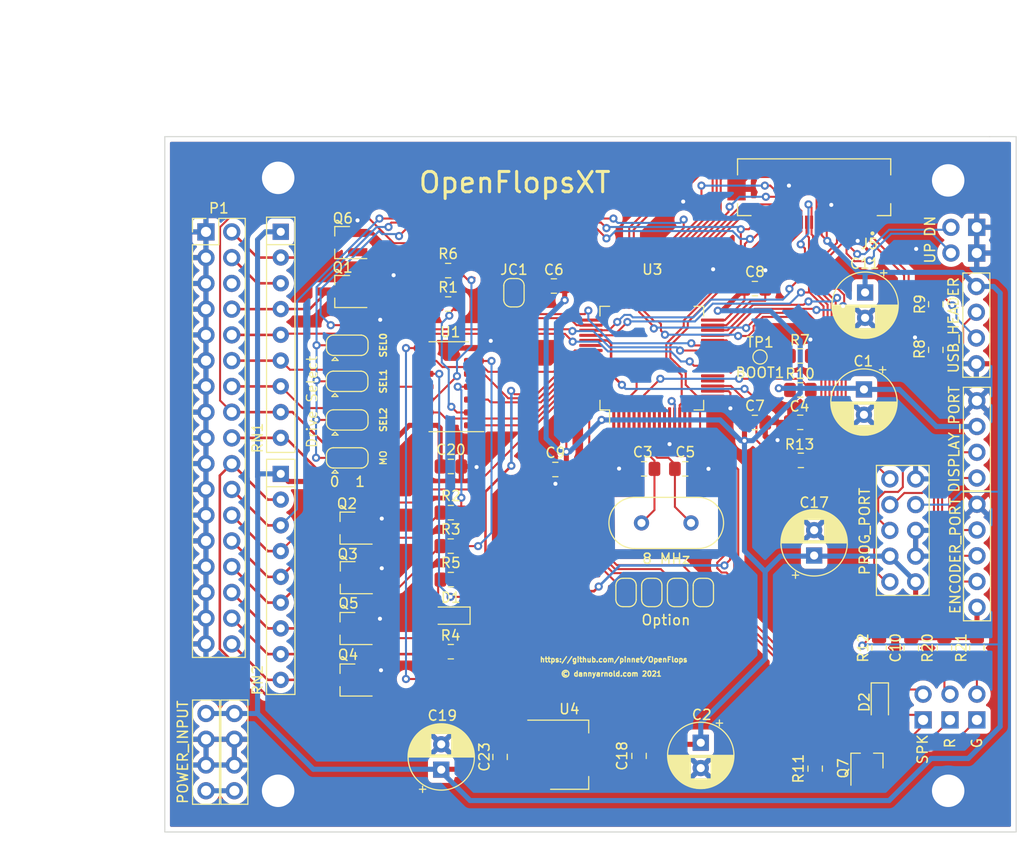
<source format=kicad_pcb>
(kicad_pcb (version 20210722) (generator pcbnew)
  (layers (0 "F.Cu" signal) (31 "B.Cu" signal) (34 "B.Paste" user) (35 "F.Paste" user) (36 "B.SilkS" user "B.Silkscreen") (37 "F.SilkS" user "F.Silkscreen") (38 "B.Mask" user) (39 "F.Mask" user) (44 "Edge.Cuts" user))
  (net 0 "")
  (net 1 "+5V")
  (net 2 "GND")
  (net 3 "+3V3")
  (net 4 "Net-(C3-Pad1)")
  (net 5 "/nrst")
  (net 6 "Net-(C5-Pad1)")
  (net 7 "Net-(D1-Pad1)")
  (net 8 "Net-(D1-Pad2)")
  (net 9 "/spk+")
  (net 10 "/spk-")
  (net 11 "/~{key_up}")
  (net 12 "/~{key_dn}")
  (net 13 "/~{sely}")
  (net 14 "Net-(J3-Pad2)")
  (net 15 "/~{selx}")
  (net 16 "Net-(J4-Pad2)")
  (net 17 "/~{enc_sel}")
  (net 18 "/enc_dt")
  (net 19 "/enc_clk")
  (net 20 "/disp_dio")
  (net 21 "/disp_clk")
  (net 22 "/usb-")
  (net 23 "/usb+")
  (net 24 "/spi_do")
  (net 25 "/spi_di")
  (net 26 "/sd_dtd")
  (net 27 "/spi_clk")
  (net 28 "/spi_cs")
  (net 29 "/~{sel0}")
  (net 30 "/~{sel1}")
  (net 31 "/~{sel2}")
  (net 32 "/~{mtron}")
  (net 33 "Net-(JP5-Pad2)")
  (net 34 "Net-(JP6-Pad2)")
  (net 35 "Net-(JP7-Pad2)")
  (net 36 "Net-(JP8-Pad2)")
  (net 37 "/~{dskchg}")
  (net 38 "/~{inuse}")
  (net 39 "/~{sel3}")
  (net 40 "/~{index}")
  (net 41 "/dir")
  (net 42 "/~{step}")
  (net 43 "/~{wdata}")
  (net 44 "/~{wgate}")
  (net 45 "/~{trk0}")
  (net 46 "/~{wprot}")
  (net 47 "/~{rdata}")
  (net 48 "/~{side}")
  (net 49 "/~{rdy}")
  (net 50 "unconnected-(P2-Pad4)")
  (net 51 "/rx")
  (net 52 "/tx")
  (net 53 "/boot0")
  (net 54 "/jc")
  (net 55 "/usb-r")
  (net 56 "/usb+r")
  (net 57 "Net-(Q1-Pad1)")
  (net 58 "Net-(Q2-Pad1)")
  (net 59 "Net-(Q3-Pad1)")
  (net 60 "Net-(Q4-Pad1)")
  (net 61 "Net-(Q6-Pad1)")
  (net 62 "Net-(Q7-Pad1)")
  (net 63 "Net-(R1-Pad2)")
  (net 64 "Net-(R2-Pad2)")
  (net 65 "Net-(R3-Pad2)")
  (net 66 "Net-(R4-Pad2)")
  (net 67 "Net-(R6-Pad2)")
  (net 68 "/boot1")
  (net 69 "/spk_out")
  (net 70 "/~{index_3v3}")
  (net 71 "/~{trk0_3v3}")
  (net 72 "/~{wprot_3v3}")
  (net 73 "/~{rdy_3v3}")
  (net 74 "/~{rdata_3v3}")
  (net 75 "/~{dskchg_3v3}")
  (net 86 "/swclk")
  (footprint "Package_SO:SOIC-14_3.9x8.7mm_P1.27mm" (layer "F.Cu") (at 135.653319 85.580367 180)
    (fp_text reference "U1")
    (fp_text value "74HCT04")
  )
  (footprint "Resistor_SMD:R_0805_2012Metric_Pad1.15x1.40mm_HandSolder" (layer "F.Cu") (at 171.772119 123.248567 90)
    (fp_text reference "R11")
    (fp_text value "1K")
  )
  (footprint "Capacitor_SMD:C_0805_2012Metric_Pad1.15x1.40mm_HandSolder" (layer "F.Cu") (at 165.828519 89.110967)
    (fp_text reference "C7")
    (fp_text value "100n")
  )
  (footprint "Resistor_SMD:R_0805_2012Metric_Pad1.15x1.40mm_HandSolder" (layer "F.Cu") (at 183.662519 77.446967 90)
    (fp_text reference "R9")
    (fp_text value "22")
  )
  (footprint "Jumper:SolderJumper-2_P1.3mm_Open_RoundedPad1.0x1.5mm" (layer "F.Cu") (at 155.668519 105.874967 90)
    (fp_text reference "JP6" hide)
    (fp_text value "SolderJumper_2_Open" hide)
  )
  (footprint "Resistor_SMD:R_0805_2012Metric_Pad1.15x1.40mm_HandSolder" (layer "F.Cu") (at 184.512519 111.346967 90)
    (fp_text reference "R20")
    (fp_text value "1k")
  )
  (footprint "Connector_PinHeader_2.54mm:PinHeader_2x17_P2.54mm_Vertical" (layer "F.Cu") (at 111.721519 70.309967)
    (fp_text reference "P1")
    (fp_text value "FLOPPY_CONN")
  )
  (footprint "Capacitor_SMD:C_0805_2012Metric_Pad1.15x1.40mm_HandSolder" (layer "F.Cu") (at 154.412519 121.996967 -90)
    (fp_text reference "C18")
    (fp_text value "100n")
  )
  (footprint "Crystal:Crystal_HC49-U_Vertical" (layer "F.Cu") (at 154.652519 99.016967)
    (fp_text reference "Y1" hide)
    (fp_text value "8 MHz")
  )
  (footprint "Resistor_THT:R_Array_SIP9" (layer "F.Cu") (at 119.092519 94.175967 -90)
    (fp_text reference "RN2")
    (fp_text value "R_Network08")
  )
  (footprint "Resistor_SMD:R_0805_2012Metric_Pad1.15x1.40mm_HandSolder" (layer "F.Cu") (at 135.856519 104.604967)
    (fp_text reference "R5")
    (fp_text value "1K")
  )
  (footprint "Fiducial:Fiducial_0.75mm_Mask1.5mm" (layer "F.Cu") (at 144.402519 99.961967)
    (fp_text reference "FID3" hide)
    (fp_text value "Fiducial" hide)
  )
  (footprint "Package_TO_SOT_SMD:SOT-23_Handsoldering" (layer "F.Cu") (at 125.696519 99.524967 180)
    (fp_text reference "Q2")
    (fp_text value "BSS138")
  )
  (footprint "Jumper:SolderJumper-2_P1.3mm_Open_RoundedPad1.0x1.5mm" (layer "F.Cu") (at 153.128519 105.874967 90)
    (fp_text reference "JP5" hide)
    (fp_text value "SolderJumper_2_Open" hide)
  )
  (footprint "TestPoint:TestPoint_Pad_D1.0mm" (layer "F.Cu") (at 166.336519 82.646967)
    (fp_text reference "TP1")
    (fp_text value "BOOT1")
  )
  (footprint "Resistor_SMD:R_0805_2012Metric_Pad1.15x1.40mm_HandSolder" (layer "F.Cu") (at 135.593519 74.124967)
    (fp_text reference "R6")
    (fp_text value "1K")
  )
  (footprint "Package_TO_SOT_SMD:SOT-23_Handsoldering" (layer "F.Cu") (at 176.877519 122.486567 90)
    (fp_text reference "Q7")
    (fp_text value "MMBT3904")
  )
  (footprint "OpenFlops:PinHeader_1x02_P2.54mm_Mute" (layer "F.Cu") (at 187.712519 118.446967 180)
    (fp_text reference "J4" hide)
    (fp_text value "G")
  )
  (footprint "Jumper:SolderJumper-2_P1.3mm_Open_RoundedPad1.0x1.5mm" (layer "F.Cu") (at 158.208519 105.874967 90)
    (fp_text reference "JP7" hide)
    (fp_text value "SolderJumper_2_Open" hide)
  )
  (footprint "OpenFlops:PinHeader_1x04_P2.54mm_Vertical_Power" (layer "F.Cu") (at 111.726519 117.812967)
    (fp_text reference "P2" hide)
    (fp_text value "POWER_INPUT")
  )
  (footprint "Capacitor_SMD:C_0805_2012Metric_Pad1.15x1.40mm_HandSolder" (layer "F.Cu") (at 170.298919 89.096967 180)
    (fp_text reference "C4")
    (fp_text value "100n")
  )
  (footprint "Resistor_SMD:R_0805_2012Metric_Pad1.15x1.40mm_HandSolder" (layer "F.Cu") (at 135.856519 98.000967)
    (fp_text reference "R2")
    (fp_text value "1K")
  )
  (footprint "Capacitor_SMD:C_0805_2012Metric_Pad1.15x1.40mm_HandSolder" (layer "F.Cu") (at 181.246319 111.361367 -90)
    (fp_text reference "C10")
    (fp_text value "100n")
  )
  (footprint "Capacitor_SMD:C_0805_2012Metric_Pad1.15x1.40mm_HandSolder" (layer "F.Cu") (at 158.970519 93.682967)
    (fp_text reference "C5")
    (fp_text value "22p")
  )
  (footprint "OpenFlops:PinHeader_1x04_P2.54mm_Vertical" (layer "F.Cu") (at 187.712519 86.966967)
    (fp_text reference "P7" hide)
    (fp_text value "DISPLAY_PORT")
  )
  (footprint "OpenFlops:MountingHole_M3_Pad" (layer "F.Cu") (at 184.882519 125.436967)
    (fp_text reference "H2" hide)
    (fp_text value "MountingHole_Pad" hide)
  )
  (footprint "Jumper:SolderJumper-2_P1.3mm_Open_RoundedPad1.0x1.5mm" (layer "F.Cu") (at 160.748519 105.874967 90)
    (fp_text reference "JP8" hide)
    (fp_text value "SolderJumper_2_Open" hide)
  )
  (footprint "Resistor_SMD:R_0805_2012Metric_Pad1.15x1.40mm_HandSolder" (layer "F.Cu") (at 135.856519 111.716967 180)
    (fp_text reference "R4")
    (fp_text value "1K")
  )
  (footprint "Diode_SMD:D_SOD-323_HandSoldering" (layer "F.Cu") (at 135.856519 108.160967 180)
    (fp_text reference "D1")
    (fp_text value "1N4148")
  )
  (footprint "Capacitor_SMD:C_0805_2012Metric_Pad1.15x1.40mm_HandSolder" (layer "F.Cu") (at 165.828519 75.902967)
    (fp_text reference "C8")
    (fp_text value "100n")
  )
  (footprint "OpenFlops:MountingHole_M3_Pad" (layer "F.Cu") (at 184.882519 65.230967)
    (fp_text reference "H1" hide)
    (fp_text value "MountingHole_Pad" hide)
  )
  (footprint "Capacitor_SMD:C_0805_2012Metric_Pad1.15x1.40mm_HandSolder" (layer "F.Cu") (at 154.906519 93.682967 180)
    (fp_text reference "C3")
    (fp_text value "22p")
  )
  (footprint "OpenFlops:PinHeader_1x04_P2.54mm_Vertical" (layer "F.Cu") (at 187.662519 75.696967)
    (fp_text reference "P8" hide)
    (fp_text value "USB_HEADER")
  )
  (footprint "OpenFlops:MountingHole_M3_Pad" (layer "F.Cu") (at 118.838519 64.980967)
    (fp_text reference "H3" hide)
    (fp_text value "MountingHole_Pad" hide)
  )
  (footprint "Resistor_THT:R_Array_SIP9" (layer "F.Cu") (at 119.092519 70.299967 -90)
    (fp_text reference "RN1")
    (fp_text value "R_Network08")
  )
  (footprint "Jumper:SolderJumper-3_P1.3mm_Open_RoundedPad1.0x1.5mm" (layer "F.Cu") (at 125.645719 88.856967)
    (fp_text reference "JP3" hide)
    (fp_text value "SEL2")
  )
  (footprint "Resistor_SMD:R_0805_2012Metric_Pad1.15x1.40mm_HandSolder" (layer "F.Cu") (at 170.312519 85.896967)
    (fp_text reference "R10")
    (fp_text value "4k7")
  )
  (footprint "OpenFlops:PinHeader_1x02_P2.54mm_Mute" (layer "F.Cu") (at 185.062519 118.446967 180)
    (fp_text reference "J3" hide)
    (fp_text value "R")
  )
  (footprint "Resistor_SMD:R_0805_2012Metric_Pad1.15x1.40mm_HandSolder" (layer "F.Cu") (at 170.362519 92.846967 180)
    (fp_text reference "R13")
    (fp_text value "4k7")
  )
  (footprint "Package_TO_SOT_SMD:SOT-23_Handsoldering" (layer "F.Cu") (at 125.177136 71.36376 180)
    (fp_text reference "Q6")
    (fp_text value "BSS138")
  )
  (footprint "Package_TO_SOT_SMD:SOT-23_Handsoldering" (layer "F.Cu") (at 125.696519 109.430967 180)
    (fp_text reference "Q5")
    (fp_text value "BSS138")
  )
  (footprint "Jumper:SolderJumper-3_P1.3mm_Open_RoundedPad1.0x1.5mm" (layer "F.Cu") (at 125.634336 85.046967)
    (fp_text reference "JP2" hide)
    (fp_text value "SEL1")
  )
  (footprint "Package_TO_SOT_SMD:SOT-223-3_TabPin2" (layer "F.Cu") (at 147.540519 121.876968)
    (fp_text reference "U4")
    (fp_text value "LM1117-3.3")
  )
  (footprint "Symbol:OSHW-Logo2_9.8x8mm_Copper" (layer "F.Cu") (at 144.402519 100.586967)
    (fp_text reference "J6" hide)
    (fp_text value "OSHW_LOGO" hide)
  )
  (footprint "Fiducial:Fiducial_0.75mm_Mask1.5mm" (layer "F.Cu") (at 189.187519 127.046967)
    (fp_text reference "FID2" hide)
    (fp_text value "Fiducial" hide)
  )
  (footprint "OpenFlops:LQFP-64_Handsoldering" (layer "F.Cu") (at 155.668519 82.760967 90)
    (fp_text reference "U3")
    (fp_text value "STM32F105RBT6")
  )
  (footprint "Package_TO_SOT_SMD:SOT-23_Handsoldering" (layer "F.Cu") (at 125.720519 104.416967 180)
    (fp_text reference "Q3")
    (fp_text value "BSS138")
  )
  (footprint "OpenFlops:PinHeader_1x02_P2.54mm_Mute" (layer "F.Cu") (at 187.697919 72.396967 -90)
    (fp_text reference "J1" hide)
    (fp_text value "UP")
  )
  (footprint "Resistor_SMD:R_0805_2012Metric_Pad1.15x1.40mm_HandSolder" (layer "F.Cu") (at 178.071319 111.335967 90)
    (fp_text reference "R12")
    (fp_text value "22")
  )
  (footprint "Jumper:SolderJumper-2_P1.3mm_Open_RoundedPad1.0x1.5mm" (layer "F.Cu") (at 142.079519 76.309367 90)
    (fp_text reference "JC1")
    (fp_text value "Jumper" hide)
  )
  (footprint "Fiducial:Fiducial_0.75mm_Mask1.5mm" (layer "F.Cu") (at 110.202519 63.456967)
    (fp_text reference "FID1" hide)
    (fp_text value "Fiducial" hide)
  )
  (footprint "OpenFlops:MountingHole_M3_Pad" (layer "F.Cu") (at 118.832519 125.436967)
    (fp_text reference "H4" hide)
    (fp_text value "MountingHole_Pad" hide)
  )
  (footprint "Capacitor_THT:CP_Radial_D6.3mm_P2.50mm" (layer "F.Cu") (at 176.692519 76.286967 -90)
    (fp_text reference "C11")
    (fp_text value "100u")
  )
  (footprint "Diode_SMD:D_SOD-323_HandSoldering" (layer "F.Cu") (at 178.147519 116.695367 -90)
    (fp_text reference "D2")
    (fp_text value "1N4148")
  )
  (footprint "Capacitor_SMD:C_0805_2012Metric_Pad1.15x1.40mm_HandSolder" (layer "F.Cu") (at 135.862519 93.446967)
    (fp_text reference "C20")
    (fp_text value "100n")
  )
  (footprint "OpenFlops:PinHeader_1x02_P2.54mm_Mute" (layer "F.Cu") (at 187.697919 69.857767 -90)
    (fp_text reference "J2" hide)
    (fp_text value "DN")
  )
  (footprint "OpenFlops:HRS_FH12-24S-0.5SH(55)" (layer "F.Cu") (at 171.670519 66.555767 180)
    (fp_text reference "J5")
    (fp_text value "FH12-24S-0.5SH(55)")
  )
  (footprint "Capacitor_THT:CP_Radial_D6.3mm_P2.50mm" (layer "F.Cu") (at 176.582519 85.844588 -90)
    (fp_text reference "C1")
    (fp_text value "100u")
  )
  (footprint "Resistor_SMD:R_0805_2012Metric_Pad1.15x1.40mm_HandSolder" (layer "F.Cu") (at 183.662519 81.946967 -90)
    (fp_text reference "R8")
    (fp_text value "22")
  )
  (footprint "Resistor_SMD:R_0805_2012Metric_Pad1.15x1.40mm_HandSolder" (layer "F.Cu") (at 187.712519 111.346967 90)
    (fp_text reference "R21")
    (fp_text value "1k")
  )
  (footprint "OpenFlops:PinHeader_1x02_P2.54mm_Mute" (layer "F.Cu") (at 182.412519 118.446967 180)
    (fp_text reference "P9" hide)
    (fp_text value "SPK")
  )
  (footprint "OpenFlops:PinHeader_1x04_P2.54mm_Vertical_Power" (layer "F.Cu") (at 114.520519 117.812967)
    (fp_text reference "P3" hide)
    (fp_text value "POWER_PASSTHRU" hide)
  )
  (footprint "Capacitor_THT:CP_Radial_D6.3mm_P2.50mm" (layer "F.Cu") (at 171.670519 102.231346 90)
    (fp_text reference "C17")
    (fp_text value "10u")
  )
  (footprint "Jumper:SolderJumper-3_P1.3mm_Open_RoundedPad1.0x1.5mm" (layer "F.Cu") (at 125.645719 92.600667)
    (fp_text reference "JP4" hide)
    (fp_text value "MO")
  )
  (footprint "Package_TO_SOT_SMD:SOT-23_Handsoldering" (layer "F.Cu") (at 125.177136 76.18976 180)
    (fp_text reference "Q1")
    (fp_text value "BSS138")
  )
  (footprint "Capacitor_SMD:C_0805_2012Metric_Pad1.15x1.40mm_HandSolder" (layer "F.Cu") (at 140.712519 122.096967 90)
    (fp_text reference "C23")
    (fp_text value "100n")
  )
  (footprint "Package_TO_SOT_SMD:SOT-23_Handsoldering" (layer "F.Cu") (at 125.696519 114.510967 180)
    (fp_text reference "Q4")
    (fp_text value "BSS138")
  )
  (footprint "Capacitor_SMD:C_0805_2012Metric_Pad1.15x1.40mm_HandSolder" (layer "F.Cu") (at 146.162519 93.746967 180)
    (fp_text reference "C9")
    (fp_text value "100n")
  )
  (footprint "Capacitor_THT:CP_Radial_D6.3mm_P2.50mm" (layer "F.Cu") (at 134.912519 123.349346 90)
    (fp_text reference "C19")
    (fp_text value "10u")
  )
  (footprint "Capacitor_THT:CP_Radial_D6.3mm_P2.50mm" (layer "F.Cu") (at 160.494519 120.694588 -90)
    (fp_text reference "C2")
    (fp_text value "100u")
  )
  (footprint "Resistor_SMD:R_0805_2012Metric_Pad1.15x1.40mm_HandSolder" (layer "F.Cu") (at 135.593519 77.426967)
    (fp_text reference "R1")
    (fp_text value "1K")
  )
  (footprint "OpenFlops:PinHeader_2x05_P2.54mm_Vertical" (layer "F.Cu") (at 179.137519 94.671967)
    (fp_text reference "P4" hide)
    (fp_text value "PROG_PORT")
  )
  (footprint "Resistor_SMD:R_0805_2012Metric_Pad1.15x1.40mm_HandSolder" (layer "F.Cu") (at 135.847519 101.302967)
    (fp_text reference "R3")
    (fp_text value "1K")
  )
  (footprint "OpenFlops:PinHeader_1x05_P2.54mm_Vertical" (layer "F.Cu") (at 187.722519 97.176967)
    (fp_text reference "P6" hide)
    (fp_text value "ENCODER_PORT")
  )
  (footprint "Jumper:SolderJumper-3_P1.3mm_Open_RoundedPad1.0x1.5mm" (layer "F.Cu") (at 125.645719 81.490967)
    (fp_text reference "JP1" hide)
    (fp_text value "SEL0")
  )
  (footprint "Resistor_SMD:R_0805_2012Metric_Pad1.15x1.40mm_HandSolder" (layer "F.Cu") (at 170.312519 82.546967 180)
    (fp_text reference "R7")
    (fp_text value "4k7")
  )
  (footprint "Capacitor_SMD:C_0805_2012Metric_Pad1.15x1.40mm_HandSolder" (layer "F.Cu") (at 146.016519 75.648967 180)
    (fp_text reference "C6")
    (fp_text value "100n")
  )
  (gr_line (start 188.942519 60.916967) (end 191.584119 60.916967) (layer "Edge.Cuts") (width 0.1))
  (gr_line (start 191.584119 60.916967) (end 191.584119 129.496967) (layer "Edge.Cuts") (width 0.1))
  (gr_line (start 188.942519 129.496967) (end 191.584119 129.496967) (layer "Edge.Cuts") (width 0.1))
  (gr_line (start 107.662519 129.496967) (end 107.662519 60.916967) (layer "Edge.Cuts") (width 0.1))
  (gr_line (start 107.662519 60.916967) (end 188.942519 60.916967) (layer "Edge.Cuts") (width 0.1))
  (gr_line (start 188.942519 129.496967) (end 107.662519 129.496967) (layer "Edge.Cuts") (width 0.1))
  (gr_text "© dannyarnold.com 2021" (at 151.680719 113.901367) (layer "F.SilkS") (effects (font (size 0.5 0.5) (thickness 0.125))))
  (gr_text "https://github.com/pinnet/OpenFlops" (at 151.916719 112.501367) (layer "F.SilkS") (effects (font (size 0.5 0.5) (thickness 0.125))))
  (gr_text "Option" (at 157.065519 108.592767) (layer "F.SilkS") (effects (font (size 1 1))))
  (gr_text "1" (at 126.915719 94.952967) (layer "F.SilkS") (effects (font (size 1 1))))
  (gr_text "0" (at 124.401119 94.952967) (layer "F.SilkS") (effects (font (size 1 1))))
  (gr_text "OpenFlopsXT" (at 142.155719 65.438167) (layer "F.SilkS") (effects (font (size 2 2) (thickness 0.3))))
  (gr_text "Drive Select" (at 122.165919 87.078967 90) (layer "F.SilkS") (effects (font (size 1 1) (thickness 0.125))))
  (segment (start 178.122119 110.310967) (end 177.208519 110.310967) (width 0.2) (layer "F.Cu") (net 1))
  (segment (start 134.806119 89.660767) (end 134.535719 89.390367) (width 0.5) (layer "F.Cu") (net 1))
  (segment (start 133.178319 89.390367) (end 131.767119 89.390367) (width 0.5) (layer "F.Cu") (net 1))
  (segment (start 129.430319 91.727167) (end 129.430319 93.225767) (width 0.5) (layer "F.Cu") (net 1))
  (segment (start 131.767119 89.390367) (end 129.430319 91.727167) (width 0.5) (layer "F.Cu") (net 1))
  (segment (start 172.412519 69.346967) (end 172.412519 70.646967) (width 0.2) (layer "F.Cu") (net 1))
  (segment (start 172.412519 70.646967) (end 172.962519 71.196967) (width 0.2) (layer "F.Cu") (net 1))
  (segment (start 144.390519 124.176968) (end 141.703519 124.176968) (width 0.5) (layer "F.Cu") (net 1))
  (segment (start 129.430319 93.225767) (end 127.728519 94.927567) (width 0.5) (layer "F.Cu") (net 1))
  (segment (start 140.525139 123.313348) (end 140.682519 123.155968) (width 0.5) (layer "F.Cu") (net 1))
  (segment (start 119.844119 94.927567) (end 119.092519 94.175967) (width 0.5) (layer "F.Cu") (net 1))
  (segment (start 134.840519 123.313348) (end 140.525139 123.313348) (width 0.5) (layer "F.Cu") (net 1))
  (segment (start 172.912519 69.346967) (end 172.912519 71.146967) (width 0.2) (layer "F.Cu") (net 1))
  (segment (start 172.912519 71.146967) (end 172.962519 71.196967) (width 0.2) (layer "F.Cu") (net 1))
  (segment (start 134.535719 89.390367) (end 133.178319 89.390367) (width 0.5) (layer "F.Cu") (net 1))
  (segment (start 127.728519 94.927567) (end 119.844119 94.927567) (width 0.5) (layer "F.Cu") (net 1))
  (segment (start 134.806119 93.505167) (end 134.806119 89.660767) (width 0.5) (layer "F.Cu") (net 1))
  (segment (start 141.703519 124.176968) (end 140.682519 123.155968) (width 0.5) (layer "F.Cu") (net 1))
  (segment (start 177.208519 110.310967) (end 176.412519 111.106967) (width 0.2) (layer "F.Cu") (net 1))
  (via (at 172.962519 71.196967) (size 0.8) (drill 0.4) (layers "F.Cu" "B.Cu") (net 1))
  (via (at 176.412519 111.106967) (size 0.8) (drill 0.4) (layers "F.Cu" "B.Cu") (net 1))
  (segment (start 116.821519 115.511967) (end 116.806519 115.526967) (width 0.5) (layer "B.Cu") (net 1))
  (segment (start 137.761519 126.398167) (end 163.011319 126.398167) (width 0.5) (layer "B.Cu") (net 1))
  (segment (start 116.806519 71.076967) (end 116.806519 94.444967) (width 0.5) (layer "B.Cu") (net 1))
  (segment (start 116.821519 94.459967) (end 116.821519 94.175967) (width 0.5) (layer "B.Cu") (net 1))
  (segment (start 184.905519 97.211967) (end 186.180519 95.936967) (width 0.2) (layer "B.Cu") (net 1))
  (segment (start 116.806519 117.812967) (end 122.3069 123.313348) (width 0.5) (layer "B.Cu") (net 1))
  (segment (start 116.821519 94.175967) (end 119.092519 94.175967) (width 0.5) (layer "B.Cu") (net 1))
  (segment (start 122.3069 123.313348) (end 134.840519 123.313348) (width 0.5) (layer "B.Cu") (net 1))
  (segment (start 176.412519 111.106967) (end 176.522519 110.996967) (width 0.2) (layer "B.Cu") (net 1))
  (segment (start 187.662519 75.696967) (end 186.268319 74.302767) (width 0.5) (layer "B.Cu") (net 1))
  (segment (start 116.806519 115.526967) (end 116.806519 117.812967) (width 0.5) (layer "B.Cu") (net 1))
  (segment (start 163.011319 126.398167) (end 167.555719 126.398167) (width 0.5) (layer "B.Cu") (net 1))
  (segment (start 181.677519 97.211967) (end 184.905519 97.211967) (width 0.2) (layer "B.Cu") (net 1))
  (segment (start 116.821519 94.459967) (end 116.821519 115.511967) (width 0.5) (layer "B.Cu") (net 1))
  (segment (start 183.212519 122.246967) (end 179.061319 126.398167) (width 0.5) (layer "B.Cu") (net 1))
  (segment (start 176.522519 110.996967) (end 190.012519 110.996967) (width 0.2) (layer "B.Cu") (net 1))
  (segment (start 186.268319 74.302767) (end 176.906719 74.302767) (width 0.5) (layer "B.Cu") (net 1))
  (segment (start 119.092519 70.299967) (end 117.583519 70.299967) (width 0.5) (layer "B.Cu") (net 1))
  (segment (start 117.583519 70.299967) (end 116.806519 71.076967) (width 0.5) (layer "B.Cu") (net 1))
  (segment (start 116.806519 94.444967) (end 116.821519 94.459967) (width 0.5) (layer "B.Cu") (net 1))
  (segment (start 189.362519 75.696967) (end 190.012519 76.346967) (width 0.5) (layer "B.Cu") (net 1))
  (segment (start 176.068319 74.302767) (end 172.962519 71.196967) (width 0.5) (layer "B.Cu") (net 1))
  (segment (start 111.726519 117.812967) (end 114.520519 117.812967) (width 0.5) (layer "B.Cu") (net 1))
  (segment (start 190.012519 110.996967) (end 190.012519 119.096967) (width 0.5) (layer "B.Cu") (net 1))
  (segment (start 186.180519 95.936967) (end 190.012519 95.936967) (width 0.2) (layer "B.Cu") (net 1))
  (segment (start 134.840519 123.313348) (end 134.840519 123.477167) (width 0.5) (layer "B.Cu") (net 1))
  (segment (start 176.692519 76.286967) (end 176.692519 74.516967) (width 0.5) (layer "B.Cu") (net 1))
  (segment (start 190.012519 95.936967) (end 190.012519 110.996967) (width 0.5) (layer "B.Cu") (net 1))
  (segment (start 176.598319 74.302767) (end 176.068319 74.302767) (width 0.5) (layer "B.Cu") (net 1))
  (segment (start 190.012519 76.346967) (end 190.012519 95.936967) (width 0.5) (layer "B.Cu") (net 1))
  (segment (start 134.840519 123.477167) (end 137.761519 126.398167) (width 0.5) (layer "B.Cu") (net 1))
  (segment (start 186.862519 122.246967) (end 183.212519 122.246967) (width 0.5) (layer "B.Cu") (net 1))
  (segment (start 187.662519 75.696967) (end 189.362519 75.696967) (width 0.5) (layer "B.Cu") (net 1))
  (segment (start 190.012519 119.096967) (end 186.862519 122.246967) (width 0.5) (layer "B.Cu") (net 1))
  (segment (start 179.061319 126.398167) (end 167.555719 126.398167) (width 0.5) (layer "B.Cu") (net 1))
  (segment (start 114.520519 117.812967) (end 116.806519 117.812967) (width 0.5) (layer "B.Cu") (net 1))
  (segment (start 176.692519 74.516967) (end 176.906719 74.302767) (width 0.5) (layer "B.Cu") (net 1))
  (segment (start 176.906719 74.302767) (end 176.598319 74.302767) (width 0.5) (layer "B.Cu") (net 1))
  (segment (start 158.712519 67.271967) (end 158.762519 67.321967) (width 0.2) (layer "F.Cu") (net 2))
  (segment (start 165.230759 64.895527) (end 168.336079 64.895527) (width 0.2) (layer "F.Cu") (net 2))
  (segment (start 168.336079 64.895527) (end 169.187519 65.746967) (width 0.2) (layer "F.Cu") (net 2))
  (segment (start 161.668519 79.510967) (end 163.033319 79.510967) (width 0.2) (layer "F.Cu") (net 2))
  (segment (start 148.481519 86.010967) (end 145.194719 89.297767) (width 0.2) (layer "F.Cu") (net 2))
  (segment (start 159.681719 92.260567) (end 158.183119 92.260567) (width 0.5) (layer "F.Cu") (net 2))
  (segment (start 163.415519 86.189967) (end 163.415519 87.713967) (width 0.2) (layer "F.Cu") (net 2))
  (segment (start 177.412519 69.346967) (end 180.766519 69.346967) (width 0.2) (layer "F.Cu") (net 2))
  (segment (start 175.912519 64.046967) (end 175.162519 63.296967) (width 0.2) (layer "F.Cu") (net 2))
  (segment (start 175.162519 63.296967) (end 161.787519 63.296967) (width 0.2) (layer "F.Cu") (net 2))
  (segment (start 166.862519 73.795989) (end 166.862519 74.096967) (width 0.2) (layer "F.Cu") (net 2))
  (segment (start 158.712519 66.371967) (end 158.712519 67.271967) (width 0.2) (layer "F.Cu") (net 2))
  (segment (start 157.418519 88.760967) (end 157.418519 91.241967) (width 0.2) (layer "F.Cu") (net 2))
  (segment (start 170.412519 68.241955) (end 169.187519 67.016955) (width 0.2) (layer "F.Cu") (net 2))
  (segment (start 157.418519 91.495967) (end 157.418519 91.241967) (width 0.5) (layer "F.Cu") (net 2))
  (segment (start 158.183119 92.260567) (end 157.418519 91.495967) (width 0.5) (layer "F.Cu") (net 2))
  (segment (start 175.912519 69.346967) (end 175.912519 71.046967) (width 0.2) (layer "F.Cu") (net 2))
  (segment (start 165.447519 77.096767) (end 166.844519 77.096767) (width 0.2) (layer "F.Cu") (net 2))
  (segment (start 175.912519 69.346967) (end 175.912519 64.046967) (width 0.2) (layer "F.Cu") (net 2))
  (segment (start 184.007719 66.105767) (end 184.882519 65.230967) (width 0.25) (layer "F.Cu") (net 2))
  (segment (start 151.033405 74.182647) (end 146.457839 74.182647) (width 0.2) (layer "F.Cu") (net 2))
  (segment (start 170.412519 69.346967) (end 170.412519 70.245989) (width 0.2) (layer "F.Cu") (net 2))
  (segment (start 173.412519 67.696967) (end 173.362519 67.646967) (width 0.2) (layer "F.Cu") (net 2))
  (segment (start 152.418519 76.760967) (end 152.418519 75.567761) (width 0.2) (layer "F.Cu") (net 2))
  (segment (start 152.418519 75.567761) (end 151.033405 74.182647) (width 0.2) (layer "F.Cu") (net 2))
  (segment (start 145.194719 89.297767) (end 145.194719 93.682967) (width 0.2) (layer "F.Cu") (net 2))
  (segment (start 170.412519 70.245989) (end 166.862519 73.795989) (width 0.2) (layer "F.Cu") (net 2))
  (segment (start 173.412519 69.346967) (end 173.412519 67.696967) (width 0.2) (layer "F.Cu") (net 2))
  (segment (start 149.668519 86.010967) (end 148.481519 86.010967) (width 0.2) (layer "F.Cu") (net 2))
  (segment (start 175.912519 71.046967) (end 176.062519 71.196967) (width 0.2) (layer "F.Cu") (net 2))
  (segment (start 159.995519 93.682967) (end 159.995519 92.574367) (width 0.5) (layer "F.Cu") (net 2))
  (segment (start 161.668519 86.010967) (end 163.236519 86.010967) (width 0.2) (layer "F.Cu") (net 2))
  (segment (start 166.844519 77.096767) (end 166.853519 77.087767) (width 0.2) (layer "F.Cu") (net 2))
  (segment (start 163.236519 86.010967) (end 163.415519 86.189967) (width 0.2) (layer "F.Cu") (net 2))
  (segment (start 164.020519 66.105767) (end 165.230759 64.895527) (width 0.2) (layer "F.Cu") (net 2))
  (segment (start 161.787519 63.296967) (end 158.712519 66.371967) (width 0.2) (layer "F.Cu") (net 2))
  (segment (start 170.412519 69.346967) (end 170.412519 68.241955) (width 0.2) (layer "F.Cu") (net 2))
  (segment (start 169.187519 67.016955) (end 169.187519 65.746967) (width 0.2) (layer "F.Cu") (net 2))
  (segment (start 179.320519 66.105767) (end 184.007719 66.105767) (width 0.25) (layer "F.Cu") (net 2))
  (segment (start 146.457839 74.182647) (end 144.991519 75.648967) (width 0.2) (layer "F.Cu") (net 2))
  (segment (start 180.766519 69.346967) (end 184.882519 65.230967) (width 0.2) (layer "F.Cu") (net 2))
  (segment (start 166.853519 77.087767) (end 166.853519 75.902967) (width 0.2) (layer "F.Cu") (net 2))
  (segment (start 159.995519 92.574367) (end 159.681719 92.260567) (width 0.5) (layer "F.Cu") (net 2))
  (segment (start 163.033319 79.510967) (end 165.447519 77.096767) (width 0.2) (layer "F.Cu") (net 2))
  (via (at 138.396519 93.505167) (size 0.8) (drill 0.4) (layers "F.Cu" "B.Cu") (net 2))
  (via (at 169.187519 65.746967) (size 0.8) (drill 0.4) (layers "F.Cu" "B.Cu") (net 2))
  (via (at 173.362519 67.646967) (size 0.8) (drill 0.4) (layers "F.Cu" "B.Cu") (net 2))
  (via (at 129.049319 98.585167) (size 0.8) (drill 0.4) (layers "F.Cu" "B.Cu") (net 2))
  (via (at 157.418519 91.241967) (size 0.8) (drill 0.4) (layers "F.Cu" "B.Cu") (net 2))
  (via (at 128.973119 113.545767) (size 0.8) (drill 0.4) (layers "F.Cu" "B.Cu") (net 2))
  (via (at 161.712519 73.996967) (size 0.8) (drill 0.4) (layers "F.Cu" "B.Cu") (net 2))
  (via (at 171.302519 80.926967) (size 0.8) (drill 0.4) (layers "F.Cu" "B.Cu") (net 2))
  (via (at 128.896919 78.976367) (size 0.8) (drill 0.4) (layers "F.Cu" "B.Cu") (net 2))
  (via (at 130.217719 74.582167) (size 0.8) (drill 0.4) (layers "F.Cu" "B.Cu") (net 2))
  (via (at 146.168919 95.156167) (size 0.8) (drill 0.4) (layers "F.Cu" "B.Cu") (net 2))
  (via (at 161.256519 93.682967) (size 0.8) (drill 0.4) (layers "F.Cu" "B.Cu") (net 2))
  (via (at 166.862519 74.096967) (size 0.8) (drill 0.4) (layers "F.Cu" "B.Cu") (net 2))
  (via (at 168.062519 90.846967) (size 0.8) (drill 0.4) (layers "F.Cu" "B.Cu") (net 2))
  (via (at 158.762519 67.321967) (size 0.8) (drill 0.4) (layers "F.Cu" "B.Cu") (net 2))
  (via (at 163.415519 87.713967) (size 0.8) (drill 0.4) (layers "F.Cu" "B.Cu") (net 2))
  (via (at 126.661719 69.171967) (size 0.8) (drill 0.4) (layers "F.Cu" "B.Cu") (net 2))
  (via (at 181.728919 71.991367) (size 0.8) (drill 0.4) (layers "F.Cu" "B.Cu") (net 2))
  (via (at 175.962519 71.196967) (size 0.8) (drill 0.4) (layers "F.Cu" "B.Cu") (net 2))
  (via (at 129.049319 103.487367) (size 0.8) (drill 0.4) (layers "F.Cu" "B.Cu") (net 2))
  (via (at 181.612519 80.721967) (size 0.8) (drill 0.4) (layers "F.Cu" "B.Cu") (net 2))
  (via (at 139.793519 81.059167) (size 0.8) (drill 0.4) (layers "F.Cu" "B.Cu") (net 2))
  (via (at 128.871519 108.465767) (size 0.8) (drill 0.4) (layers "F.Cu" "B.Cu") (net 2))
  (via (at 152.442719 93.657567) (size 0.8) (drill 0.4) (layers "F.Cu" "B.Cu") (net 2))
  (segment (start 163.473119 85.510967) (end 164.803519 86.841367) (width 0.2) (layer "F.Cu") (net 3))
  (segment (start 187.722519 110.311967) (end 187.712519 110.321967) (width 0.5) (layer "F.Cu") (net 3))
  (segment (start 148.546525 86.510967) (end 147.244719 87.812773) (width 0.2) (layer "F.Cu") (net 3))
  (segment (start 157.918519 88.760967) (end 157.918519 87.296967) (width 0.2) (layer "F.Cu") (net 3))
  (segment (start 147.083319 77.045967) (end 147.083319 75.690767) (width 0.5) (layer "F.Cu") (net 3))
  (segment (start 162.170919 78.087367) (end 162.619119 78.087367) (width 0.5) (layer "F.Cu") (net 3))
  (segment (start 154.398519 120.851968) (end 160.337139 120.851968) (width 0.5) (layer "F.Cu") (net 3))
  (segment (start 153.373519 121.876968) (end 154.398519 120.851968) (width 0.5) (layer "F.Cu") (net 3))
  (segment (start 187.722519 107.336967) (end 187.722519 110.311967) (width 0.5) (layer "F.Cu") (net 3))
  (segment (start 161.668519 85.510967) (end 163.473119 85.510967) (width 0.2) (layer "F.Cu") (net 3))
  (segment (start 181.677519 104.831967) (end 181.677519 109.905167) (width 0.5) (layer "F.Cu") (net 3))
  (segment (start 149.668519 86.510967) (end 148.546525 86.510967) (width 0.2) (layer "F.Cu") (net 3))
  (segment (start 164.803519 86.841367) (end 164.803519 89.110967) (width 0.2) (layer "F.Cu") (net 3))
  (segment (start 147.083319 75.690767) (end 147.041519 75.648967) (width 0.5) (layer "F.Cu") (net 3))
  (segment (start 167.412519 70.127707) (end 166.912519 70.627707) (width 0.2) (layer "F.Cu") (net 3))
  (segment (start 151.918519 88.760967) (end 150.811519 88.760967) (width 0.2) (layer "F.Cu") (net 3))
  (segment (start 162.619119 78.087367) (end 164.803519 75.902967) (width 0.5) (layer "F.Cu") (net 3))
  (segment (start 151.918519 75.632767) (end 150.867919 74.582167) (width 0.2) (layer "F.Cu") (net 3))
  (segment (start 150.811519 88.760967) (end 150.715519 88.856967) (width 0.2) (layer "F.Cu") (net 3))
  (segment (start 166.912519 70.627707) (end 166.912519 69.346967) (width 0.2) (layer "F.Cu") (net 3))
  (segment (start 147.972319 74.582167) (end 147.041519 75.512967) (width 0.2) (layer "F.Cu") (net 3))
  (segment (start 147.244719 87.812773) (end 147.244719 91.997567) (width 0.2) (layer "F.Cu") (net 3))
  (segment (start 165.243259 72.296967) (end 166.912519 70.627707) (width 0.2) (layer "F.Cu") (net 3))
  (segment (start 147.041519 75.512967) (end 147.041519 75.648967) (width 0.2) (layer "F.Cu") (net 3))
  (segment (start 164.803519 75.902967) (end 165.243258 75.463228) (width 0.2) (layer "F.Cu") (net 3))
  (segment (start 157.918519 87.296967) (end 157.624319 87.002767) (width 0.2) (layer "F.Cu") (net 3))
  (segment (start 161.668519 79.010967) (end 162.872919 79.010967) (width 0.2) (layer "F.Cu") (net 3))
  (segment (start 150.867919 74.582167) (end 147.972319 74.582167) (width 0.2) (layer "F.Cu") (net 3))
  (segment (start 181.677519 109.905167) (end 181.246319 110.336367) (width 0.5) (layer "F.Cu") (net 3))
  (segment (start 168.190719 85.732767) (end 169.123319 85.732767) (width 0.5) (layer "F.Cu") (net 3))
  (segment (start 162.872919 79.010967) (end 164.803519 77.080367) (width 0.2) (layer "F.Cu") (net 3))
  (segment (start 147.244719 93.682967) (end 147.244719 91.997567) (width 0.5) (layer "F.Cu") (net 3))
  (segment (start 184.512519 110.321967) (end 187.712519 110.321967) (width 0.5) (layer "F.Cu") (net 3))
  (segment (start 164.803519 89.110967) (end 164.803519 90.905367) (width 0.5) (layer "F.Cu") (net 3))
  (segment (start 167.412519 69.346967) (end 167.412519 70.127707) (width 0.2) (layer "F.Cu") (net 3))
  (segment (start 150.690519 121.876968) (end 153.373519 121.876968) (width 0.5) (layer "F.Cu") (net 3))
  (segment (start 181.246319 110.336367) (end 184.498119 110.336367) (width 0.5) (layer "F.Cu") (net 3))
  (segment (start 181.677519 110.209967) (end 181.576519 110.310967) (width 0.5) (layer "F.Cu") (net 3))
  (segment (start 151.918519 76.760967) (end 151.918519 75.632767) (width 0.2) (layer "F.Cu") (net 3))
  (segment (start 165.243258 75.463228) (end 165.243259 72.296967) (width 0.2) (layer "F.Cu") (net 3))
  (segment (start 160.337139 120.851968) (end 160.494519 120.694588) (width 0.5) (layer "F.Cu") (net 3))
  (segment (start 144.390519 121.876968) (end 150.690519 121.876968) (width 0.5) (layer "F.Cu") (net 3))
  (segment (start 164.803519 77.080367) (end 164.803519 75.902967) (width 0.2) (layer "F.Cu") (net 3))
  (via (at 164.803519 90.905367) (size 0.8) (drill 0.4) (layers "F.Cu" "B.Cu") (net 3))
  (via (at 150.715519 88.856967) (size 0.8) (drill 0.4) (layers "F.Cu" "B.Cu") (net 3))
  (via (at 157.624319 87.002767) (size 0.8) (drill 0.4) (layers "F.Cu" "B.Cu") (net 3))
  (via (at 147.244719 91.997567) (size 0.8) (drill 0.4) (layers "F.Cu" "B.Cu") (net 3))
  (via (at 168.190719 85.732767) (size 0.8) (drill 0.4) (layers "F.Cu" "B.Cu") (net 3))
  (via (at 162.170919 78.087367) (size 0.8) (drill 0.4) (layers "F.Cu" "B.Cu") (net 3))
  (via (at 147.083319 77.045967) (size 0.8) (drill 0.4) (layers "F.Cu" "B.Cu") (net 3))
  (segment (start 170.298919 85.732767) (end 176.470698 85.732767) (width 0.5) (layer "B.Cu") (net 3))
  (segment (start 147.574919 91.997567) (end 150.715519 88.856967) (width 0.5) (layer "B.Cu") (net 3))
  (segment (start 165.602728 90.905367) (end 164.803519 90.905367) (width 0.5) (layer "B.Cu") (net 3))
  (segment (start 145.254519 78.874767) (end 147.083319 77.045967) (width 0.5) (layer "B.Cu") (net 3))
  (segment (start 179.137519 102.291967) (end 181.677519 104.831967) (width 0.5) (layer "B.Cu") (net 3))
  (segment (start 160.494519 120.694588) (end 160.494519 118.752767) (width 0.5) (layer "B.Cu") (net 3))
  (segment (start 166.833219 103.806267) (end 166.844519 103.817567) (width 0.5) (layer "B.Cu") (net 3))
  (segment (start 160.494519 118.752767) (end 166.844519 112.402767) (width 0.5) (layer "B.Cu") (net 3))
  (segment (start 176.470698 85.732767) (end 176.582519 85.844588) (width 0.5) (layer "B.Cu") (net 3))
  (segment (start 170.298919 81.033767) (end 170.298919 85.732767) (width 0.5) (layer "B.Cu") (net 3))
  (segment (start 146.566319 91.997567) (end 145.254519 90.685767) (width 0.5) (layer "B.Cu") (net 3))
  (segment (start 157.954519 88.856967) (end 162.399519 88.856967) (width 0.5) (layer "B.Cu") (net 3))
  (segment (start 147.244719 91.997567) (end 147.574919 91.997567) (width 0.5) (layer "B.Cu") (net 3))
  (segment (start 180.06014 85.844588) (end 176.582519 85.844588) (width 0.5) (layer "B.Cu") (net 3))
  (segment (start 170.298919 85.732767) (end 170.298919 86.209176) (width 0.5) (layer "B.Cu") (net 3))
  (segment (start 157.954519 87.332967) (end 157.954519 88.856967) (width 0.2) (layer "B.Cu") (net 3))
  (segment (start 150.715519 88.856967) (end 157.954519 88.856967) (width 0.5) (layer "B.Cu") (net 3))
  (segment (start 183.722519 89.506967) (end 180.06014 85.844588) (width 0.5) (layer "B.Cu") (net 3))
  (segment (start 162.170919 78.087367) (end 167.352519 78.087367) (width 0.5) (layer "B.Cu") (net 3))
  (segment (start 179.137519 102.291967) (end 168.347519 102.291967) (width 0.5) (layer "B.Cu") (net 3))
  (segment (start 187.712519 89.506967) (end 183.722519 89.506967) (width 0.5) (layer "B.Cu") (net 3))
  (segment (start 166.844519 112.402767) (end 166.844519 103.817567) (width 0.5) (layer "B.Cu") (net 3))
  (segment (start 145.254519 90.685767) (end 145.254519 78.874767) (width 0.5) (layer "B.Cu") (net 3))
  (segment (start 157.624319 87.002767) (end 157.954519 87.332967) (width 0.2) (layer "B.Cu") (net 3))
  (segment (start 164.803519 90.905367) (end 164.803519 101.776567) (width 0.5) (layer "B.Cu") (net 3))
  (segment (start 164.803519 101.776567) (end 166.833219 103.806267) (width 0.5) (layer "B.Cu") (net 3))
  (segment (start 164.803519 90.905367) (end 164.447919 90.905367) (width 0.5) (layer "B.Cu") (net 3))
  (segment (start 168.347519 102.291967) (end 166.833219 103.806267) (width 0.5) (layer "B.Cu") (net 3))
  (segment (start 170.298919 85.732767) (end 168.190719 85.732767) (width 0.5) (layer "B.Cu") (net 3))
  (segment (start 164.447919 90.905367) (end 162.399519 88.856967) (width 0.5) (layer "B.Cu") (net 3))
  (segment (start 170.298919 86.209176) (end 165.602728 90.905367) (width 0.5) (layer "B.Cu") (net 3))
  (segment (start 147.244719 91.997567) (end 146.566319 91.997567) (width 0.5) (layer "B.Cu") (net 3))
  (segment (start 167.352519 78.087367) (end 170.298919 81.033767) (width 0.5) (layer "B.Cu") (net 3))
  (segment (start 155.931519 97.737967) (end 155.931519 93.682967) (width 0.2) (layer "F.Cu") (net 4))
  (segment (start 153.918519 88.760967) (end 153.918519 90.866167) (width 0.2) (layer "F.Cu") (net 4))
  (segment (start 154.652519 99.016967) (end 155.931519 97.737967) (width 0.2) (layer "F.Cu") (net 4))
  (segment (start 153.918519 90.866167) (end 155.931519 92.879167) (width 0.2) (layer "F.Cu") (net 4))
  (segment (start 155.931519 92.879167) (end 155.931519 93.682967) (width 0.2) (layer "F.Cu") (net 4))
  (segment (start 171.323919 90.158367) (end 173.992519 92.826967) (width 0.2) (layer "F.Cu") (net 5))
  (segment (start 177.342519 92.826967) (end 177.342519 92.876967) (width 0.2) (layer "F.Cu") (net 5))
  (segment (start 173.992519 92.826967) (end 177.342519 92.826967) (width 0.2) (layer "F.Cu") (net 5))
  (segment (start 177.342519 92.876967) (end 179.137519 94.671967) (width 0.2) (layer "F.Cu") (net 5))
  (segment (start 170.237519 84.796967) (end 171.337519 85.896967) (width 0.2) (layer "F.Cu") (net 5))
  (segment (start 154.918519 88.760967) (end 154.918519 86.390967) (width 0.2) (layer "F.Cu") (net 5))
  (segment (start 171.337519 89.083367) (end 171.323919 89.096967) (width 0.2) (layer "F.Cu") (net 5))
  (segment (start 164.279119 84.796967) (end 170.237519 84.796967) (width 0.2) (layer "F.Cu") (net 5))
  (segment (start 171.323919 89.096967) (end 171.323919 90.158367) (width 0.2) (layer "F.Cu") (net 5))
  (segment (start 171.337519 85.896967) (end 171.337519 89.083367) (width 0.2) (layer "F.Cu") (net 5))
  (segment (start 154.918519 86.390967) (end 156.512519 84.796967) (width 0.2) (layer "F.Cu") (net 5))
  (via (at 156.512519 84.796967) (size 0.8) (drill 0.4) (layers "F.Cu" "B.Cu") (net 5))
  (via (at 164.279119 84.796967) (size 0.8) (drill 0.4) (layers "F.Cu" "B.Cu") (net 5))
  (segment (start 156.512519 84.796967) (end 164.279119 84.796967) (width 0.2) (layer "B.Cu") (net 5))
  (segment (start 154.418519 88.760967) (end 154.418519 90.801161) (width 0.2) (layer "F.Cu") (net 6))
  (segment (start 157.945519 93.216767) (end 157.945519 93.682967) (width 0.2) (layer "F.Cu") (net 6))
  (segment (start 157.319519 92.590767) (end 157.945519 93.216767) (width 0.2) (layer "F.Cu") (net 6))
  (segment (start 157.945519 97.429967) (end 157.945519 93.682967) (width 0.2) (layer "F.Cu") (net 6))
  (segment (start 156.208125 92.590767) (end 157.319519 92.590767) (width 0.2) (layer "F.Cu") (net 6))
  (segment (start 159.532519 99.016967) (end 157.945519 97.429967) (width 0.2) (layer "F.Cu") (net 6))
  (segment (start 154.418519 90.801161) (end 156.208125 92.590767) (width 0.2) (layer "F.Cu") (net 6))
  (segment (start 137.050319 106.306767) (end 137.106519 106.362967) (width 0.2) (layer "F.Cu") (net 7))
  (segment (start 137.106519 104.829967) (end 136.881519 104.604967) (width 0.2) (layer "F.Cu") (net 7))
  (segment (start 137.106519 106.250567) (end 137.106519 104.829967) (width 0.2) (layer "F.Cu") (net 7))
  (segment (start 135.831119 106.306767) (end 137.050319 106.306767) (width 0.2) (layer "F.Cu") (net 7))
  (segment (start 137.106519 106.362967) (end 137.106519 108.160967) (width 0.2) (layer "F.Cu") (net 7))
  (segment (start 137.050319 106.306767) (end 137.106519 106.250567) (width 0.2) (layer "F.Cu") (net 7))
  (segment (start 133.178319 84.310367) (end 134.713519 84.310367) (width 0.2) (layer "F.Cu") (net 7))
  (via (at 134.713519 84.310367) (size 0.8) (drill 0.4) (layers "F.Cu" "B.Cu") (net 7))
  (via (at 135.831119 106.306767) (size 0.8) (drill 0.4) (layers "F.Cu" "B.Cu") (net 7))
  (segment (start 134.713519 84.310367) (end 134.689383 105.139631) (width 0.2) (layer "B.Cu") (net 7))
  (segment (start 135.831119 106.306767) (end 134.689383 105.165031) (width 0.2) (layer "B.Cu") (net 7))
  (segment (start 134.689383 105.165031) (end 134.689383 105.139631) (width 0.2) (layer "B.Cu") (net 7))
  (segment (start 127.196519 110.380967) (end 132.386519 110.380967) (width 0.2) (layer "F.Cu") (net 8))
  (segment (start 134.606519 104.829967) (end 134.831519 104.604967) (width 0.2) (layer "F.Cu") (net 8))
  (segment (start 134.606519 108.160967) (end 134.606519 104.829967) (width 0.2) (layer "F.Cu") (net 8))
  (segment (start 132.386519 110.380967) (end 134.606519 108.160967) (width 0.2) (layer "F.Cu") (net 8))
  (segment (start 178.122119 112.360967) (end 178.122119 115.419967) (width 0.2) (layer "F.Cu") (net 9))
  (segment (start 181.950919 115.445367) (end 182.412519 115.906967) (width 0.2) (layer "F.Cu") (net 9))
  (segment (start 178.147519 115.445367) (end 181.950919 115.445367) (width 0.2) (layer "F.Cu") (net 9))
  (segment (start 178.122119 115.419967) (end 178.147519 115.445367) (width 0.2) (layer "F.Cu") (net 9))
  (segment (start 179.553322 121.836558) (end 177.72751 121.836558) (width 0.2) (layer "F.Cu") (net 10))
  (segment (start 182.412519 118.977361) (end 179.553322 121.836558) (width 0.2) (layer "F.Cu") (net 10))
  (segment (start 182.412519 118.446967) (end 182.412519 118.977361) (width 0.2) (layer "F.Cu") (net 10))
  (segment (start 177.72751 121.836558) (end 176.877519 120.986567) (width 0.2) (layer "F.Cu") (net 10))
  (segment (start 178.147519 117.945367) (end 181.910919 117.945367) (width 0.2) (layer "F.Cu") (net 10))
  (segment (start 181.910919 117.945367) (end 182.412519 118.446967) (width 0.2) (layer "F.Cu") (net 10))
  (segment (start 162.062999 68.381481) (end 162.063 64.993492) (width 0.2) (layer "F.Cu") (net 11))
  (segment (start 174.912519 64.211973) (end 174.912519 69.346967) (width 0.2) (layer "F.Cu") (net 11))
  (segment (start 156.918519 73.525961) (end 162.062999 68.381481) (width 0.2) (layer "F.Cu") (net 11))
  (segment (start 175.622771 73.196478) (end 177.069408 73.196478) (width 0.2) (layer "F.Cu") (net 11))
  (segment (start 177.069408 73.196478) (end 177.131519 73.134367) (width 0.2) (layer "F.Cu") (net 11))
  (segment (start 174.863488 72.437195) (end 175.622771 73.196478) (width 0.2) (layer "F.Cu") (net 11))
  (segment (start 162.063 64.993492) (end 162.960005 64.096487) (width 0.2) (layer "F.Cu") (net 11))
  (segment (start 174.863488 70.497798) (end 174.863488 72.437195) (width 0.2) (layer "F.Cu") (net 11))
  (segment (start 162.960005 64.096487) (end 174.797033 64.096487) (width 0.2) (layer "F.Cu") (net 11))
  (segment (start 174.797033 64.096487) (end 174.912519 64.211973) (width 0.2) (layer "F.Cu") (net 11))
  (segment (start 156.918519 76.760967) (end 156.918519 73.525961) (width 0.2) (layer "F.Cu") (net 11))
  (segment (start 174.920519 70.440767) (end 174.863488 70.497798) (width 0.2) (layer "F.Cu") (net 11))
  (segment (start 174.920519 69.355767) (end 174.920519 70.440767) (width 0.2) (layer "F.Cu") (net 11))
  (via (at 177.131519 73.134367) (size 0.8) (drill 0.4) (layers "F.Cu" "B.Cu") (net 11))
  (segment (start 183.322519 70.496967) (end 179.262519 70.496967) (width 0.2) (layer "B.Cu") (net 11))
  (segment (start 185.222519 72.396967) (end 183.322519 70.496967) (width 0.2) (layer "B.Cu") (net 11))
  (segment (start 179.262519 70.496967) (end 177.562519 72.196967) (width 0.2) (layer "B.Cu") (net 11))
  (segment (start 177.562519 72.196967) (end 177.562519 72.703367) (width 0.2) (layer "B.Cu") (net 11))
  (segment (start 177.562519 72.703367) (end 177.131519 73.134367) (width 0.2) (layer "B.Cu") (net 11))
  (segment (start 161.663479 68.215995) (end 161.663481 64.828005) (width 0.2) (layer "F.Cu") (net 12))
  (segment (start 175.412519 64.146967) (end 175.412519 70.757708) (width 0.2) (layer "F.Cu") (net 12))
  (segment (start 161.663481 64.828005) (end 162.794518 63.696968) (width 0.2) (layer "F.Cu") (net 12))
  (segment (start 156.438507 73.440967) (end 161.663479 68.215995) (width 0.2) (layer "F.Cu") (net 12))
  (segment (start 156.418519 73.440967) (end 156.438507 73.440967) (width 0.2) (layer "F.Cu") (net 12))
  (segment (start 156.418519 76.760967) (end 156.418519 73.440967) (width 0.2) (layer "F.Cu") (net 12))
  (segment (start 175.263008 70.907219) (end 175.263008 71.847456) (width 0.2) (layer "F.Cu") (net 12))
  (segment (start 162.794518 63.696968) (end 174.962519 63.696967) (width 0.2) (layer "F.Cu") (net 12))
  (segment (start 174.962519 63.696967) (end 175.412519 64.146967) (width 0.2) (layer "F.Cu") (net 12))
  (segment (start 175.412519 70.757708) (end 175.263008 70.907219) (width 0.2) (layer "F.Cu") (net 12))
  (segment (start 175.263008 71.847456) (end 175.912519 72.496967) (width 0.2) (layer "F.Cu") (net 12))
  (via (at 175.912519 72.496967) (size 0.8) (drill 0.4) (layers "F.Cu" "B.Cu") (net 12))
  (segment (start 184.922039 70.097447) (end 185.222519 69.796967) (width 0.2) (layer "B.Cu") (net 12))
  (segment (start 175.912519 72.496967) (end 176.662519 72.496967) (width 0.2) (layer "B.Cu") (net 12))
  (segment (start 176.662519 72.496967) (end 179.062039 70.097447) (width 0.2) (layer "B.Cu") (net 12))
  (segment (start 179.062039 70.097447) (end 184.922039 70.097447) (width 0.2) (layer "B.Cu") (net 12))
  (segment (start 161.668519 86.510967) (end 160.427519 86.510967) (width 0.2) (layer "F.Cu") (net 13))
  (segment (start 182.953319 120.556167) (end 185.062519 118.446967) (width 0.2) (layer "F.Cu") (net 13))
  (segment (start 165.345919 71.000767) (end 165.625319 71.000767) (width 0.2) (layer "F.Cu") (net 13))
  (segment (start 161.668519 86.510967) (end 160.129719 86.510967) (width 0.2) (layer "F.Cu") (net 13))
  (segment (start 157.497319 81.500437) (end 159.217639 79.780117) (width 0.2) (layer "F.Cu") (net 13))
  (segment (start 179.718808 122.236078) (end 181.398719 120.556167) (width 0.2) (layer "F.Cu") (net 13))
  (segment (start 160.427519 86.510967) (end 160.427519 89.978909) (width 0.2) (layer "F.Cu") (net 13))
  (segment (start 181.398719 120.556167) (end 182.953319 120.556167) (width 0.2) (layer "F.Cu") (net 13))
  (segment (start 159.217639 79.780117) (end 159.217639 79.218053) (width 0.2) (layer "F.Cu") (net 13))
  (segment (start 126.945719 80.631967) (end 125.823519 79.509767) (width 0.2) (layer "F.Cu") (net 13))
  (segment (start 126.945719 85.035584) (end 126.934336 85.046967) (width 0.2) (layer "F.Cu") (net 13))
  (segment (start 173.343694 122.236078) (end 179.718808 122.236078) (width 0.2) (layer "F.Cu") (net 13))
  (segment (start 126.945719 92.600667) (end 126.945719 88.856967) (width 0.2) (layer "F.Cu") (net 13))
  (segment (start 164.189159 107.348167) (end 167.516559 110.675567) (width 0.2) (layer "F.Cu") (net 13))
  (segment (start 166.420519 70.205567) (end 166.420519 69.355767) (width 0.2) (layer "F.Cu") (net 13))
  (segment (start 160.427519 89.978909) (end 164.189159 93.740549) (width 0.2) (layer "F.Cu") (net 13))
  (segment (start 157.903719 83.116567) (end 157.497319 82.710167) (width 0.2) (layer "F.Cu") (net 13))
  (segment (start 126.945719 85.05835) (end 126.934336 85.046967) (width 0.2) (layer "F.Cu") (net 13))
  (segment (start 150.041359 69.793207) (end 151.198119 70.949967) (width 0.2) (layer "F.Cu") (net 13))
  (segment (start 131.679279 69.793207) (end 150.041359 69.793207) (width 0.2) (layer "F.Cu") (net 13))
  (segment (start 170.541839 120.396967) (end 170.541839 120.428281) (width 0.2) (layer "F.Cu") (net 13))
  (segment (start 167.516559 110.701007) (end 168.691839 111.876287) (width 0.2) (layer "F.Cu") (net 13))
  (segment (start 171.462605 121.349047) (end 172.456663 121.349047) (width 0.2) (layer "F.Cu") (net 13))
  (segment (start 125.823519 79.509767) (end 124.020119 79.509767) (width 0.2) (layer "F.Cu") (net 13))
  (segment (start 159.014439 84.221081) (end 157.909925 83.116567) (width 0.2) (layer "F.Cu") (net 13))
  (segment (start 170.541839 120.428281) (end 171.462605 121.349047) (width 0.2) (layer "F.Cu") (net 13))
  (segment (start 164.189159 93.740549) (end 164.189159 107.348167) (width 0.2) (layer "F.Cu") (net 13))
  (segment (start 157.497319 82.710167) (end 157.497319 81.500437) (width 0.2) (layer "F.Cu") (net 13))
  (segment (start 130.751119 70.721367) (end 131.679279 69.793207) (width 0.2) (layer "F.Cu") (net 13))
  (segment (start 172.456663 121.349047) (end 173.343694 122.236078) (width 0.2) (layer "F.Cu") (net 13))
  (segment (start 126.945719 81.490967) (end 126.945719 80.631967) (width 0.2) (layer "F.Cu") (net 13))
  (segment (start 126.945719 81.490967) (end 126.945719 85.035584) (width 0.2) (layer "F.Cu") (net 13))
  (segment (start 157.909925 83.116567) (end 157.903719 83.116567) (width 0.2) (layer "F.Cu") (net 13))
  (segment (start 160.129719 86.510967) (end 159.014439 85.395687) (width 0.2) (layer "F.Cu") (net 13))
  (segment (start 164.843739 71.502947) (end 165.345919 71.000767) (width 0.2) (layer "F.Cu") (net 13))
  (segment (start 126.945719 88.856967) (end 126.945719 85.05835) (width 0.2) (layer "F.Cu") (net 13))
  (segment (start 164.843739 73.591953) (end 164.843739 71.502947) (width 0.2) (layer "F.Cu") (net 13))
  (segment (start 167.516559 110.675567) (end 167.516559 110.701007) (width 0.2) (layer "F.Cu") (net 13))
  (segment (start 168.691839 111.876287) (end 168.691839 118.546967) (width 0.2) (layer "F.Cu") (net 13))
  (segment (start 165.625319 71.000767) (end 166.420519 70.205567) (width 0.2) (layer "F.Cu") (net 13))
  (segment (start 159.217639 79.218053) (end 164.843739 73.591953) (width 0.2) (layer "F.Cu") (net 13))
  (segment (start 159.014439 85.395687) (end 159.014439 84.221081) (width 0.2) (layer "F.Cu") (net 13))
  (segment (start 168.691839 118.546967) (end 170.541839 120.396967) (width 0.2) (layer "F.Cu") (net 13))
  (via (at 124.020119 79.509767) (size 0.8) (drill 0.4) (layers "F.Cu" "B.Cu") (net 13))
  (via (at 165.345919 71.000767) (size 0.8) (drill 0.4) (layers "F.Cu" "B.Cu") (net 13))
  (via (at 151.198119 70.949967) (size 0.8) (drill 0.4) (layers "F.Cu" "B.Cu") (net 13))
  (via (at 130.751119 70.721367) (size 0.8) (drill 0.4) (layers "F.Cu" "B.Cu") (net 13))
  (segment (start 151.299719 71.000767) (end 152.075479 70.225007) (width 0.2) (layer "B.Cu") (net 13))
  (segment (start 164.154471 70.749119) (end 164.406119 71.000767) (width 0.2) (layer "B.Cu") (net 13))
  (segment (start 152.075479 70.225007) (end 163.6317 70.225007) (width 0.2) (layer "B.Cu") (net 13))
  (segment (start 123.022639 78.512287) (end 123.022639 75.986047) (width 0.2) (layer "B.Cu") (net 13))
  (segment (start 123.022639 75.986047) (end 128.783679 70.225007) (width 0.2) (layer "B.Cu") (net 13))
  (segment (start 164.406119 71.000767) (end 165.345919 71.000767) (width 0.2) (layer "B.Cu") (net 13))
  (segment (start 128.783679 70.225007) (end 129.08367 70.524998) (width 0.2) (layer "B.Cu") (net 13))
  (segment (start 163.6317 70.225007) (end 164.154471 70.747778) (width 0.2) (layer "B.Cu") (net 13))
  (segment (start 130.55475 70.524998) (end 130.751119 70.721367) (width 0.2) (layer "B.Cu") (net 13))
  (segment (start 164.154471 70.747778) (end 164.154471 70.749119) (width 0.2) (layer "B.Cu") (net 13))
  (segment (start 151.198119 70.949967) (end 151.299719 71.000767) (width 0.2) (layer "B.Cu") (net 13))
  (segment (start 124.020119 79.509767) (end 123.022639 78.512287) (width 0.2) (layer "B.Cu") (net 13))
  (segment (start 129.08367 70.524998) (end 130.55475 70.524998) (width 0.2) (layer "B.Cu") (net 13))
  (segment (start 184.512519 115.356967) (end 185.062519 115.906967) (width 0.2) (layer "F.Cu") (net 14))
  (segment (start 184.512519 112.371967) (end 184.512519 115.356967) (width 0.2) (layer "F.Cu") (net 14))
  (segment (start 150.664719 69.400567) (end 151.198119 69.933967) (width 0.2) (layer "F.Cu") (net 15))
  (segment (start 170.772599 122.783111) (end 171.087575 123.098087) (width 0.2) (layer "F.Cu") (net 15))
  (segment (start 157.097799 81.334951) (end 158.818119 79.614631) (width 0.2) (layer "F.Cu") (net 15))
  (segment (start 158.418519 88.760967) (end 158.418519 91.334447) (width 0.2) (layer "F.Cu") (net 15))
  (segment (start 122.607619 92.600667) (end 124.345719 92.600667) (width 0.2) (layer "F.Cu") (net 15))
  (segment (start 164.444219 70.048267) (end 165.228019 70.048267) (width 0.2) (layer "F.Cu") (net 15))
  (segment (start 158.818119 79.614631) (end 158.818119 79.052567) (width 0.2) (layer "F.Cu") (net 15))
  (segment (start 129.716599 69.673087) (end 129.995999 69.393687) (width 0.2) (layer "F.Cu") (net 15))
  (segment (start 174.866977 123.098087) (end 175.329466 122.635598) (width 0.2) (layer "F.Cu") (net 15))
  (segment (start 129.716599 69.825487) (end 129.716599 69.673087) (width 0.2) (layer "F.Cu") (net 15))
  (segment (start 162.120119 103.486026) (end 162.541571 103.907478) (width 0.2) (layer "F.Cu") (net 15))
  (segment (start 124.334336 85.046967) (end 122.724719 85.046967) (width 0.2) (layer "F.Cu") (net 15))
  (segment (start 162.990599 102.059428) (end 162.120119 102.929908) (width 0.2) (layer "F.Cu") (net 15))
  (segment (start 122.597719 88.831567) (end 122.597719 88.856967) (width 0.2) (layer "F.Cu") (net 15))
  (segment (start 158.614919 84.437367) (end 157.097799 82.920247) (width 0.2) (layer "F.Cu") (net 15))
  (segment (start 170.772599 121.789053) (end 170.772599 122.783111) (width 0.2) (layer "F.Cu") (net 15))
  (segment (start 179.884295 122.635597) (end 181.564205 120.955687) (width 0.2) (layer "F.Cu") (net 15))
  (segment (start 162.541571 103.907478) (end 163.02283 103.907478) (width 0.2) (layer "F.Cu") (net 15))
  (segment (start 183.118806 120.955686) (end 183.906322 120.16817) (width 0.2) (layer "F.Cu") (net 15))
  (segment (start 160.259039 91.505447) (end 162.990599 94.237007) (width 0.2) (layer "F.Cu") (net 15))
  (segment (start 162.120119 102.929908) (end 162.120119 103.486026) (width 0.2) (layer "F.Cu") (net 15))
  (segment (start 163.390119 107.862373) (end 167.892799 112.365053) (width 0.2) (layer "F.Cu") (net 15))
  (segment (start 158.418519 88.760967) (end 158.418519 87.402367) (width 0.2) (layer "F.Cu") (net 15))
  (segment (start 175.329466 122.635598) (end 179.884295 122.635597) (width 0.2) (layer "F.Cu") (net 15))
  (segment (start 158.818119 79.052567) (end 164.444219 73.426467) (width 0.2) (layer "F.Cu") (net 15))
  (segment (start 158.614919 87.205967) (end 158.614919 84.437367) (width 0.2) (layer "F.Cu") (net 15))
  (segment (start 167.892799 112.365053) (end 167.8928 118.909254) (width 0.2) (layer "F.Cu") (net 15))
  (segment (start 158.589519 91.505447) (end 160.259039 91.505447) (width 0.2) (layer "F.Cu") (net 15))
  (segment (start 122.597719 88.856967) (end 124.345719 88.856967) (width 0.2) (layer "F.Cu") (net 15))
  (segment (start 181.564205 120.955687) (end 183.118806 120.955686) (width 0.2) (layer "F.Cu") (net 15))
  (segment (start 162.990599 94.237007) (end 162.990599 102.059428) (width 0.2) (layer "F.Cu") (net 15))
  (segment (start 158.418519 87.402367) (end 158.614919 87.205967) (width 0.2) (layer "F.Cu") (net 15))
  (segment (start 157.097799 82.920247) (end 157.097799 81.334951) (width 0.2) (layer "F.Cu") (net 15))
  (segment (start 171.087575 123.098087) (end 174.866977 123.098087) (width 0.2) (layer "F.Cu") (net 15))
  (segment (start 129.995999 69.393687) (end 150.664719 69.393687) (width 0.2) (layer "F.Cu") (net 15))
  (segment (start 158.418519 91.334447) (end 158.589519 91.505447) (width 0.2) (layer "F.Cu") (net 15))
  (segment (start 164.444219 73.426467) (end 164.444219 70.048267) (width 0.2) (layer "F.Cu") (net 15))
  (segment (start 185.991316 120.16817) (end 187.712519 118.446967) (width 0.2) (layer "F.Cu") (net 15))
  (segment (start 150.664719 69.393687) (end 150.664719 69.400567) (width 0.2) (layer "F.Cu") (net 15))
  (segment (start 165.228019 70.048267) (end 165.920519 69.355767) (width 0.2) (layer "F.Cu") (net 15))
  (segment (start 122.572319 92.590767) (end 122.607619 92.600667) (width 0.2) (layer "F.Cu") (net 15))
  (segment (start 124.345719 81.490967) (end 122.623119 81.490967) (width 0.2) (layer "F.Cu") (net 15))
  (segment (start 183.906322 120.16817) (end 185.991316 120.16817) (width 0.2) (layer "F.Cu") (net 15))
  (segment (start 163.02283 103.907478) (end 163.390119 104.274767) (width 0.2) (layer "F.Cu") (net 15))
  (segment (start 122.724719 85.046967) (end 122.623119 84.945367) (width 0.2) (layer "F.Cu") (net 15))
  (segment (start 163.390119 104.274767) (end 163.390119 107.862373) (width 0.2) (layer "F.Cu") (net 15))
  (segment (start 167.8928 118.909254) (end 170.772599 121.789053) (width 0.2) (layer "F.Cu") (net 15))
  (via (at 164.444219 70.048267) (size 0.8) (drill 0.4) (layers "F.Cu" "B.Cu") (net 15))
  (via (at 122.623119 84.945367) (size 0.8) (drill 0.4) (layers "F.Cu" "B.Cu") (net 15))
  (via (at 122.623119 81.490967) (size 0.8) (drill 0.4) (layers "F.Cu" "B.Cu") (net 15))
  (via (at 122.597719 88.831567) (size 0.8) (drill 0.4) (layers "F.Cu" "B.Cu") (net 15))
  (via (at 151.198119 69.933967) (size 0.8) (drill 0.4) (layers "F.Cu" "B.Cu") (net 15))
  (via (at 129.716599 69.825487) (size 0.8) (drill 0.4) (layers "F.Cu" "B.Cu") (net 15))
  (via (at 122.572319 92.590767) (size 0.8) (drill 0.4) (layers "F.Cu" "B.Cu") (net 15))
  (segment (start 151.198119 69.933967) (end 151.306598 69.825488) (width 0.2) (layer "B.Cu") (net 15))
  (segment (start 151.306598 69.825488) (end 164.22144 69.825488) (width 0.2) (layer "B.Cu") (net 15))
  (segment (start 122.623119 81.490967) (end 122.623119 84.945367) (width 0.2) (layer "B.Cu") (net 15))
  (segment (start 122.597719 88.831567) (end 122.572319 88.856967) (width 0.2) (layer "B.Cu") (net 15))
  (segment (start 122.623119 88.806167) (end 122.597719 88.831567) (width 0.2) (layer "B.Cu") (net 15))
  (segment (start 122.623119 81.490967) (end 122.623119 75.756773) (width 0.2) (layer "B.Cu") (net 15))
  (segment (start 122.623119 75.756773) (end 128.554405 69.825487) (width 0.2) (layer "B.Cu") (net 15))
  (segment (start 122.572319 88.856967) (end 122.572319 92.590767) (width 0.2) (layer "B.Cu") (net 15))
  (segment (start 122.623119 84.945367) (end 122.623119 88.806167) (width 0.2) (layer "B.Cu") (net 15))
  (segment (start 128.554405 69.825487) (end 129.716599 69.825487) (width 0.2) (layer "B.Cu") (net 15))
  (segment (start 164.22144 69.825488) (end 164.444219 70.048267) (width 0.2) (layer "B.Cu") (net 15))
  (segment (start 187.712519 112.371967) (end 187.712519 115.906967) (width 0.2) (layer "F.Cu") (net 16))
  (segment (start 171.961559 75.884593) (end 173.39767 77.320704) (width 0.2) (layer "F.Cu") (net 17))
  (segment (start 174.819949 90.829367) (end 179.634946 90.82937) (width 0.2) (layer "F.Cu") (net 17))
  (segment (start 179.634946 90.82937) (end 180.713983 91.908407) (width 0.2) (layer "F.Cu") (net 17))
  (segment (start 170.762519 64.496007) (end 171.912519 65.646007) (width 0.2) (layer "F.Cu") (net 17))
  (segment (start 173.39767 77.320704) (end 173.39767 79.0085) (width 0.2) (layer "F.Cu") (net 17))
  (segment (start 171.912519 65.646007) (end 171.912519 70.446967) (width 0.2) (layer "F.Cu") (net 17))
  (segment (start 171.912519 70.446967) (end 171.961559 70.496007) (width 0.2) (layer "F.Cu") (net 17))
  (segment (start 157.418519 73.590967) (end 162.462519 68.546967) (width 0.2) (layer "F.Cu") (net 17))
  (segment (start 185.812519 99.716967) (end 187.722519 99.716967) (width 0.2) (layer "F.Cu") (net 17))
  (segment (start 163.125491 64.496007) (end 170.762519 64.496007) (width 0.2) (layer "F.Cu") (net 17))
  (segment (start 162.462519 68.546967) (end 162.462519 65.158979) (width 0.2) (layer "F.Cu") (net 17))
  (segment (start 182.98898 91.90841) (end 184.286564 93.205994) (width 0.2) (layer "F.Cu") (net 17))
  (segment (start 184.286564 93.205994) (end 184.286564 98.191012) (width 0.2) (layer "F.Cu") (net 17))
  (segment (start 173.980597 79.591427) (end 173.980597 89.990015) (width 0.2) (layer "F.Cu") (net 17))
  (segment (start 171.961559 70.496007) (end 171.961559 75.884593) (width 0.2) (layer "F.Cu") (net 17))
  (segment (start 157.418519 76.760967) (end 157.418519 73.590967) (width 0.2) (layer "F.Cu") (net 17))
  (segment (start 180.713983 91.908407) (end 182.98898 91.90841) (width 0.2) (layer "F.Cu") (net 17))
  (segment (start 162.462519 65.158979) (end 163.125491 64.496007) (width 0.2) (layer "F.Cu") (net 17))
  (segment (start 173.980597 89.990015) (end 174.819949 90.829367) (width 0.2) (layer "F.Cu") (net 17))
  (segment (start 184.286564 98.191012) (end 185.812519 99.716967) (width 0.2) (layer "F.Cu") (net 17))
  (segment (start 173.39767 79.0085) (end 173.980597 79.591427) (width 0.2) (layer "F.Cu") (net 17))
  (segment (start 171.562039 76.050079) (end 172.99815 77.48619) (width 0.2) (layer "F.Cu") (net 18))
  (segment (start 171.112519 67.596967) (end 171.412519 67.896967) (width 0.2) (layer "F.Cu") (net 18))
  (segment (start 171.412519 70.547447) (end 171.562039 70.696967) (width 0.2) (layer "F.Cu") (net 18))
  (segment (start 170.762999 74.397487) (end 170.762999 71.947447) (width 0.2) (layer "F.Cu") (net 18))
  (segment (start 174.654463 91.228887) (end 179.469459 91.228889) (width 0.2) (layer "F.Cu") (net 18))
  (segment (start 172.99815 79.173986) (end 173.581077 79.756913) (width 0.2) (layer "F.Cu") (net 18))
  (segment (start 183.887044 100.891492) (end 185.252519 102.256967) (width 0.2) (layer "F.Cu") (net 18))
  (segment (start 173.581077 90.155501) (end 174.654463 91.228887) (width 0.2) (layer "F.Cu") (net 18))
  (segment (start 173.581077 79.756913) (end 173.581077 90.155501) (width 0.2) (layer "F.Cu") (net 18))
  (segment (start 172.99815 77.48619) (end 172.99815 79.173986) (width 0.2) (layer "F.Cu") (net 18))
  (segment (start 183.887044 93.37148) (end 183.887044 100.891492) (width 0.2) (layer "F.Cu") (net 18))
  (segment (start 169.232119 75.928367) (end 170.762999 74.397487) (width 0.2) (layer "F.Cu") (net 18))
  (segment (start 179.469459 91.228889) (end 180.548497 92.307927) (width 0.2) (layer "F.Cu") (net 18))
  (segment (start 152.262519 79.196967) (end 151.448519 80.010967) (width 0.2) (layer "F.Cu") (net 18))
  (segment (start 171.412519 67.896967) (end 171.412519 70.547447) (width 0.2) (layer "F.Cu") (net 18))
  (segment (start 171.562039 70.696967) (end 171.562039 76.050079) (width 0.2) (layer "F.Cu") (net 18))
  (segment (start 170.762999 71.947447) (end 170.349719 71.534167) (width 0.2) (layer "F.Cu") (net 18))
  (segment (start 182.823493 92.307929) (end 183.887044 93.37148) (width 0.2) (layer "F.Cu") (net 18))
  (segment (start 180.842519 92.307927) (end 182.823493 92.307929) (width 0.2) (layer "F.Cu") (net 18))
  (segment (start 180.548497 92.307927) (end 180.842519 92.307927) (width 0.2) (layer "F.Cu") (net 18))
  (segment (start 185.252519 102.256967) (end 187.722519 102.256967) (width 0.2) (layer "F.Cu") (net 18))
  (segment (start 151.448519 80.010967) (end 149.668519 80.010967) (width 0.2) (layer "F.Cu") (net 18))
  (via (at 171.112519 67.596967) (size 0.8) (drill 0.4) (layers "F.Cu" "B.Cu") (net 18))
  (via (at 169.232119 75.928367) (size 0.8) (drill 0.4) (layers "F.Cu" "B.Cu") (net 18))
  (via (at 152.262519 79.196967) (size 0.8) (drill 0.4) (layers "F.Cu" "B.Cu") (net 18))
  (via (at 170.349719 71.534167) (size 0.8) (drill 0.4) (layers "F.Cu" "B.Cu") (net 18))
  (segment (start 171.112519 67.596967) (end 171.112519 70.466567) (width 0.2) (layer "B.Cu") (net 18))
  (segment (start 152.96203 78.497456) (end 153.552267 78.497456) (width 0.2) (layer "B.Cu") (net 18))
  (segment (start 170.349719 71.229367) (end 170.349719 71.534167) (width 0.2) (layer "B.Cu") (net 18))
  (segment (start 152.262519 79.196967) (end 152.96203 78.497456) (width 0.2) (layer "B.Cu") (net 18))
  (segment (start 168.57855 76.988336) (end 169.232119 76.334767) (width 0.2) (layer "B.Cu") (net 18))
  (segment (start 159.758544 78.740936) (end 161.511144 76.988336) (width 0.2) (layer "B.Cu") (net 18))
  (segment (start 171.112519 70.466567) (end 170.349719 71.229367) (width 0.2) (layer "B.Cu") (net 18))
  (segment (start 153.552267 78.497456) (end 153.795747 78.740936) (width 0.2) (layer "B.Cu") (net 18))
  (segment (start 153.795747 78.740936) (end 159.758544 78.740936) (width 0.2) (layer "B.Cu") (net 18))
  (segment (start 169.232119 76.334767) (end 169.232119 75.928367) (width 0.2) (layer "B.Cu") (net 18))
  (segment (start 161.511144 76.988336) (end 168.57855 76.988336) (width 0.2) (layer "B.Cu") (net 18))
  (segment (start 149.668519 80.510967) (end 151.948519 80.510967) (width 0.2) (layer "F.Cu") (net 19))
  (segment (start 183.487525 93.536967) (end 183.482519 93.541973) (width 0.2) (layer "F.Cu") (net 19))
  (segment (start 171.162519 76.215565) (end 172.59863 77.651676) (width 0.2) (layer "F.Cu") (net 19))
  (segment (start 151.948519 80.510967) (end 153.262519 79.196967) (width 0.2) (layer "F.Cu") (net 19))
  (segment (start 179.303973 91.628409) (end 180.383011 92.707447) (width 0.2) (layer "F.Cu") (net 19))
  (segment (start 172.59863 77.651676) (end 172.59863 79.339472) (width 0.2) (layer "F.Cu") (net 19))
  (segment (start 170.920519 70.620453) (end 170.920519 69.355767) (width 0.2) (layer "F.Cu") (net 19))
  (segment (start 173.181558 79.9224) (end 173.181558 90.320988) (width 0.2) (layer "F.Cu") (net 19))
  (segment (start 185.412519 104.816967) (end 185.432519 104.796967) (width 0.2) (layer "F.Cu") (net 19))
  (segment (start 185.432519 104.796967) (end 187.722519 104.796967) (width 0.2) (layer "F.Cu") (net 19))
  (segment (start 183.482519 102.886967) (end 185.412519 104.816967) (width 0.2) (layer "F.Cu") (net 19))
  (segment (start 182.658006 92.707448) (end 183.487525 93.536967) (width 0.2) (layer "F.Cu") (net 19))
  (segment (start 170.375119 76.283967) (end 171.094117 76.283967) (width 0.2) (layer "F.Cu") (net 19))
  (segment (start 183.482519 93.541973) (end 183.482519 102.886967) (width 0.2) (layer "F.Cu") (net 19))
  (segment (start 171.162519 76.004567) (end 171.162519 70.862453) (width 0.2) (layer "F.Cu") (net 19))
  (segment (start 171.162519 70.862453) (end 170.920519 70.620453) (width 0.2) (layer "F.Cu") (net 19))
  (segment (start 173.181558 90.320988) (end 174.488977 91.628407) (width 0.2) (layer "F.Cu") (net 19))
  (segment (start 180.383011 92.707447) (end 182.658006 92.707448) (width 0.2) (layer "F.Cu") (net 19))
  (segment (start 174.488977 91.628407) (end 179.303973 91.628409) (width 0.2) (layer "F.Cu") (net 19))
  (segment (start 172.59863 79.339472) (end 173.181558 79.9224) (width 0.2) (layer "F.Cu") (net 19))
  (segment (start 171.094117 76.283967) (end 171.162519 76.215565) (width 0.2) (layer "F.Cu") (net 19))
  (segment (start 171.162519 76.215565) (end 171.162519 76.004567) (width 0.2) (layer "F.Cu") (net 19))
  (via (at 153.262519 79.196967) (size 0.8) (drill 0.4) (layers "F.Cu" "B.Cu") (net 19))
  (via (at 170.375119 76.283967) (size 0.8) (drill 0.4) (layers "F.Cu" "B.Cu") (net 19))
  (segment (start 161.67663 77.387856) (end 169.271231 77.387855) (width 0.2) (layer "B.Cu") (net 19))
  (segment (start 169.271231 77.387855) (end 170.375119 76.283967) (width 0.2) (layer "B.Cu") (net 19))
  (segment (start 153.262519 79.196967) (end 153.31903 79.140456) (width 0.2) (layer "B.Cu") (net 19))
  (segment (start 159.92403 79.140456) (end 161.67663 77.387856) (width 0.2) (layer "B.Cu") (net 19))
  (segment (start 153.31903 79.140456) (end 159.92403 79.140456) (width 0.2) (layer "B.Cu") (net 19))
  (segment (start 173.932519 76.816967) (end 173.79719 76.952296) (width 0.2) (layer "F.Cu") (net 20))
  (segment (start 184.932519 93.286943) (end 184.932519 93.826967) (width 0.2) (layer "F.Cu") (net 20))
  (segment (start 184.932519 93.826967) (end 185.692519 94.586967) (width 0.2) (layer "F.Cu") (net 20))
  (segment (start 174.380117 89.824529) (end 174.985435 90.429847) (width 0.2) (layer "F.Cu") (net 20))
  (segment (start 174.380117 79.425941) (end 174.380117 89.824529) (width 0.2) (layer "F.Cu") (net 20))
  (segment (start 173.79719 78.843014) (end 174.380117 79.425941) (width 0.2) (layer "F.Cu") (net 20))
  (segment (start 173.920519 69.355767) (end 173.920519 71.392367) (width 0.2) (layer "F.Cu") (net 20))
  (segment (start 183.150028 91.504452) (end 184.932519 93.286943) (width 0.2) (layer "F.Cu") (net 20))
  (segment (start 171.111719 77.172967) (end 170.610119 77.496967) (width 0.2) (layer "F.Cu") (net 20))
  (segment (start 173.920519 71.392367) (end 172.361079 72.951807) (width 0.2) (layer "F.Cu") (net 20))
  (segment (start 173.461079 76.816967) (end 173.932519 76.816967) (width 0.2) (layer "F.Cu") (net 20))
  (segment (start 170.610119 77.496967) (end 165.656919 77.496967) (width 0.2) (layer "F.Cu") (net 20))
  (segment (start 165.656919 77.496967) (end 163.142919 80.010967) (width 0.2) (layer "F.Cu") (net 20))
  (segment (start 172.361079 72.951807) (end 172.361079 75.716967) (width 0.2) (layer "F.Cu") (net 20))
  (segment (start 185.692519 94.586967) (end 187.712519 94.586967) (width 0.2) (layer "F.Cu") (net 20))
  (segment (start 179.800433 90.429851) (end 180.875034 91.504452) (width 0.2) (layer "F.Cu") (net 20))
  (segment (start 172.361079 75.716967) (end 173.461079 76.816967) (width 0.2) (layer "F.Cu") (net 20))
  (segment (start 163.142919 80.010967) (end 161.668519 80.010967) (width 0.2) (layer "F.Cu") (net 20))
  (segment (start 174.985435 90.429847) (end 179.800433 90.429851) (width 0.2) (layer "F.Cu") (net 20))
  (segment (start 180.875034 91.504452) (end 183.150028 91.504452) (width 0.2) (layer "F.Cu") (net 20))
  (segment (start 173.79719 76.952296) (end 173.79719 78.843014) (width 0.2) (layer "F.Cu") (net 20))
  (via (at 173.932519 76.816967) (size 0.8) (drill 0.4) (layers "F.Cu" "B.Cu") (net 20))
  (via (at 171.111719 77.172967) (size 0.8) (drill 0.4) (layers "F.Cu" "B.Cu") (net 20))
  (segment (start 171.111719 77.172967) (end 173.576519 77.172967) (width 0.2) (layer "B.Cu") (net 20))
  (segment (start 173.576519 77.172967) (end 173.932519 76.816967) (width 0.2) (layer "B.Cu") (net 20))
  (segment (start 172.760599 75.551481) (end 172.760599 73.117293) (width 0.2) (layer "F.Cu") (net 21))
  (segment (start 174.19671 78.677528) (end 174.779636 79.260454) (width 0.2) (layer "F.Cu") (net 21))
  (segment (start 174.378722 71.49917) (end 172.760599 73.117293) (width 0.2) (layer "F.Cu") (net 21))
  (segment (start 174.522519 77.626967) (end 174.63203 77.517456) (width 0.2) (layer "F.Cu") (net 21))
  (segment (start 163.248519 80.470373) (end 163.248519 80.510967) (width 0.2) (layer "F.Cu") (net 21))
  (segment (start 171.899119 78.011167) (end 171.853119 77.896967) (width 0.2) (layer "F.Cu") (net 21))
  (segment (start 174.63203 76.526478) (end 174.015737 75.910185) (width 0.2) (layer "F.Cu") (net 21))
  (segment (start 174.015737 75.910185) (end 173.119303 75.910185) (width 0.2) (layer "F.Cu") (net 21))
  (segment (start 174.63203 77.517456) (end 174.63203 76.526478) (width 0.2) (layer "F.Cu") (net 21))
  (segment (start 181.060484 91.104932) (end 183.315515 91.104933) (width 0.2) (layer "F.Cu") (net 21))
  (segment (start 174.779636 89.659042) (end 175.150924 90.03033) (width 0.2) (layer "F.Cu") (net 21))
  (segment (start 173.119303 75.910185) (end 172.760599 75.551481) (width 0.2) (layer "F.Cu") (net 21))
  (segment (start 179.985882 90.03033) (end 181.060484 91.104932) (width 0.2) (layer "F.Cu") (net 21))
  (segment (start 174.522519 77.626967) (end 174.19671 77.952776) (width 0.2) (layer "F.Cu") (net 21))
  (segment (start 171.853119 77.896967) (end 165.821925 77.896967) (width 0.2) (layer "F.Cu") (net 21))
  (segment (start 163.248519 80.510967) (end 161.668519 80.510967) (width 0.2) (layer "F.Cu") (net 21))
  (segment (start 174.420519 69.355767) (end 174.420519 71.457373) (width 0.2) (layer "F.Cu") (net 21))
  (segment (start 175.150924 90.03033) (end 179.985882 90.03033) (width 0.2) (layer "F.Cu") (net 21))
  (segment (start 184.257549 92.046967) (end 187.712519 92.046967) (width 0.2) (layer "F.Cu") (net 21))
  (segment (start 174.779636 79.260454) (end 174.779636 89.659042) (width 0.2) (layer "F.Cu") (net 21))
  (segment (start 174.420519 71.457373) (end 174.378722 71.49917) (width 0.2) (layer "F.Cu") (net 21))
  (segment (start 165.821925 77.896967) (end 163.248519 80.470373) (width 0.2) (layer "F.Cu") (net 21))
  (segment (start 174.19671 77.952776) (end 174.19671 78.677528) (width 0.2) (layer "F.Cu") (net 21))
  (segment (start 183.315515 91.104933) (end 184.257549 92.046967) (width 0.2) (layer "F.Cu") (net 21))
  (via (at 171.899119 78.011167) (size 0.8) (drill 0.4) (layers "F.Cu" "B.Cu") (net 21))
  (via (at 174.522519 77.626967) (size 0.8) (drill 0.4) (layers "F.Cu" "B.Cu") (net 21))
  (segment (start 174.296719 78.011167) (end 171.899119 78.011167) (width 0.2) (layer "B.Cu") (net 21))
  (segment (start 174.522519 77.626967) (end 174.296719 78.011167) (width 0.2) (layer "B.Cu") (net 21))
  (segment (start 153.89352 70.084166) (end 161.205719 62.771967) (width 0.2) (layer "F.Cu") (net 22))
  (segment (start 153.89352 76.735968) (end 153.89352 70.084166) (width 0.2) (layer "F.Cu") (net 22))
  (segment (start 175.269319 62.771967) (end 176.437519 63.940167) (width 0.2) (layer "F.Cu") (net 22))
  (segment (start 176.412519 68.371966) (end 176.412519 69.346967) (width 0.2) (layer "F.Cu") (net 22))
  (segment (start 176.412519 69.846967) (end 176.437519 69.871967) (width 0.2) (layer "F.Cu") (net 22))
  (segment (start 176.412519 69.346967) (end 176.412519 69.846967) (width 0.2) (layer "F.Cu") (net 22))
  (segment (start 176.437519 63.940167) (end 176.437519 68.346966) (width 0.2) (layer "F.Cu") (net 22))
  (segment (start 180.537519 74.590167) (end 180.537519 77.796967) (width 0.2) (layer "F.Cu") (net 22))
  (segment (start 176.437519 69.871967) (end 176.437519 70.490167) (width 0.2) (layer "F.Cu") (net 22))
  (segment (start 176.437519 68.346966) (end 176.412519 68.371966) (width 0.2) (layer "F.Cu") (net 22))
  (segment (start 176.437519 70.490167) (end 180.537519 74.590167) (width 0.2) (layer "F.Cu") (net 22))
  (segment (start 161.205719 62.771967) (end 175.269319 62.771967) (width 0.2) (layer "F.Cu") (net 22))
  (segment (start 153.918519 76.760967) (end 153.89352 76.735968) (width 0.2) (layer "F.Cu") (net 22))
  (segment (start 183.662519 80.921967) (end 180.537519 77.796967) (width 0.2) (layer "F.Cu") (net 22))
  (segment (start 176.912519 69.346967) (end 176.912519 69.846967) (width 0.2) (layer "F.Cu") (net 23))
  (segment (start 161.019319 62.321967) (end 175.455719 62.321967) (width 0.2) (layer "F.Cu") (net 23))
  (segment (start 175.455719 62.321967) (end 176.887519 63.753767) (width 0.2) (layer "F.Cu") (net 23))
  (segment (start 153.443518 69.897768) (end 161.019319 62.321967) (width 0.2) (layer "F.Cu") (net 23))
  (segment (start 176.887519 70.303767) (end 180.987519 74.403767) (width 0.2) (layer "F.Cu") (net 23))
  (segment (start 176.912519 68.371966) (end 176.912519 69.346967) (width 0.2) (layer "F.Cu") (net 23))
  (segment (start 176.887519 63.753767) (end 176.887519 68.346966) (width 0.2) (layer "F.Cu") (net 23))
  (segment (start 176.912519 69.846967) (end 176.887519 69.871967) (width 0.2) (layer "F.Cu") (net 23))
  (segment (start 153.443518 76.735968) (end 153.443518 69.897768) (width 0.2) (layer "F.Cu") (net 23))
  (segment (start 183.662519 78.471967) (end 181.848916 78.471967) (width 0.2) (layer "F.Cu") (net 23))
  (segment (start 180.987519 74.403767) (end 180.987519 77.61057) (width 0.2) (layer "F.Cu") (net 23))
  (segment (start 181.848916 78.471967) (end 180.987519 77.61057) (width 0.2) (layer "F.Cu") (net 23))
  (segment (start 176.887519 69.871967) (end 176.887519 70.303767) (width 0.2) (layer "F.Cu") (net 23))
  (segment (start 176.887519 68.346966) (end 176.912519 68.371966) (width 0.2) (layer "F.Cu") (net 23))
  (segment (start 153.418519 76.760967) (end 153.443518 76.735968) (width 0.2) (layer "F.Cu") (net 23))
  (segment (start 168.04447 67.598417) (end 168.912519 68.466466) (width 0.2) (layer "F.Cu") (net 24))
  (segment (start 158.368039 73.811435) (end 164.581057 67.598417) (width 0.2) (layer "F.Cu") (net 24))
  (segment (start 158.376519 76.760967) (end 158.368039 76.752487) (width 0.2) (layer "F.Cu") (net 24))
  (segment (start 164.581057 67.598417) (end 168.04447 67.598417) (width 0.2) (layer "F.Cu") (net 24))
  (segment (start 158.368039 76.752487) (end 158.368039 73.811435) (width 0.2) (layer "F.Cu") (net 24))
  (segment (start 158.418519 76.760967) (end 158.376519 76.760967) (width 0.2) (layer "F.Cu") (net 24))
  (segment (start 168.912519 68.466466) (end 168.912519 69.346967) (width 0.2) (layer "F.Cu") (net 24))
  (segment (start 157.918519 73.695949) (end 157.918519 76.760967) (width 0.2) (layer "F.Cu") (net 25))
  (segment (start 163.237719 67.927367) (end 163.339319 67.825767) (width 0.2) (layer "F.Cu") (net 25))
  (segment (start 167.858026 66.846967) (end 166.912519 66.846967) (width 0.2) (layer "F.Cu") (net 25))
  (segment (start 169.412519 69.346967) (end 169.412519 68.371967) (width 0.2) (layer "F.Cu") (net 25))
  (segment (start 169.383026 68.371967) (end 167.858026 66.846967) (width 0.2) (layer "F.Cu") (net 25))
  (segment (start 163.237719 68.333767) (end 157.918519 73.695949) (width 0.2) (layer "F.Cu") (net 25))
  (segment (start 169.412519 68.371967) (end 169.383026 68.371967) (width 0.2) (layer "F.Cu") (net 25))
  (segment (start 163.237719 68.333767) (end 163.237719 67.927367) (width 0.2) (layer "F.Cu") (net 25))
  (via (at 163.339319 67.825767) (size 0.8) (drill 0.4) (layers "F.Cu" "B.Cu") (net 25))
  (via (at 166.912519 66.846967) (size 0.8) (drill 0.4) (layers "F.Cu" "B.Cu") (net 25))
  (segment (start 163.339319 67.825767) (end 164.318119 66.846967) (width 0.2) (layer "B.Cu") (net 25))
  (segment (start 164.318119 66.846967) (end 166.912519 66.846967) (width 0.2) (layer "B.Cu") (net 25))
  (segment (start 157.020022 72.274458) (end 157.04001 72.274458) (width 0.2) (layer "F.Cu") (net 26))
  (segment (start 157.04001 72.274458) (end 160.562519 68.751949) (width 0.2) (layer "F.Cu") (net 26))
  (segment (start 155.918519 76.760967) (end 155.918519 73.375961) (width 0.2) (layer "F.Cu") (net 26))
  (segment (start 169.912519 69.346967) (end 169.912519 68.306961) (width 0.2) (layer "F.Cu") (net 26))
  (segment (start 169.912519 68.306961) (end 167.352525 65.746967) (width 0.2) (layer "F.Cu") (net 26))
  (segment (start 167.352525 65.746967) (end 166.812519 65.746967) (width 0.2) (layer "F.Cu") (net 26))
  (segment (start 155.918519 73.375961) (end 157.020022 72.274458) (width 0.2) (layer "F.Cu") (net 26))
  (segment (start 160.562519 68.751949) (end 160.562519 65.746967) (width 0.2) (layer "F.Cu") (net 26))
  (via (at 166.812519 65.746967) (size 0.8) (drill 0.4) (layers "F.Cu" "B.Cu") (net 26))
  (via (at 160.562519 65.746967) (size 0.8) (drill 0.4) (layers "F.Cu" "B.Cu") (net 26))
  (segment (start 160.562519 65.746967) (end 166.812519 65.746967) (width 0.2) (layer "B.Cu") (net 26))
  (segment (start 168.412519 68.531472) (end 168.412519 69.346967) (width 0.2) (layer "F.Cu") (net 27))
  (segment (start 164.746543 67.997937) (end 167.878984 67.997937) (width 0.2) (layer "F.Cu") (net 27))
  (segment (start 158.918519 73.825961) (end 164.746543 67.997937) (width 0.2) (layer "F.Cu") (net 27))
  (segment (start 167.878984 67.997937) (end 168.412519 68.531472) (width 0.2) (layer "F.Cu") (net 27))
  (segment (start 158.918519 76.760967) (end 158.918519 73.825961) (width 0.2) (layer "F.Cu") (net 27))
  (segment (start 159.418519 76.760967) (end 159.418519 73.890967) (width 0.2) (layer "F.Cu") (net 28))
  (segment (start 164.91203 68.397456) (end 167.713497 68.397456) (width 0.2) (layer "F.Cu") (net 28))
  (segment (start 159.418519 73.890967) (end 164.91203 68.397456) (width 0.2) (layer "F.Cu") (net 28))
  (segment (start 167.912519 68.596478) (end 167.912519 69.346967) (width 0.2) (layer "F.Cu") (net 28))
  (segment (start 167.713497 68.397456) (end 167.912519 68.596478) (width 0.2) (layer "F.Cu") (net 28))
  (segment (start 119.082519 80.469967) (end 119.092519 80.459967) (width 0.25) (layer "F.Cu") (net 29))
  (segment (start 125.645719 80.540967) (end 125.452719 80.347967) (width 0.2) (layer "F.Cu") (net 29))
  (segment (start 125.645719 81.490967) (end 125.645719 80.540967) (width 0.2) (layer "F.Cu") (net 29))
  (segment (start 114.261519 80.469967) (end 119.082519 80.469967) (width 0.25) (layer "F.Cu") (net 29))
  (segment (start 119.204519 80.347967) (end 119.092519 80.459967) (width 0.2) (layer "F.Cu") (net 29))
  (segment (start 125.452719 80.347967) (end 119.204519 80.347967) (width 0.2) (layer "F.Cu") (net 29))
  (segment (start 119.996519 83.903967) (end 119.092519 82.999967) (width 0.2) (layer "F.Cu") (net 30))
  (segment (start 125.634336 85.046967) (end 125.634336 84.146584) (width 0.2) (layer "F.Cu") (net 30))
  (segment (start 125.391719 83.903967) (end 119.996519 83.903967) (width 0.2) (layer "F.Cu") (net 30))
  (segment (start 119.082519 83.009967) (end 119.092519 82.999967) (width 0.25) (layer "F.Cu") (net 30))
  (segment (start 114.261519 83.009967) (end 119.082519 83.009967) (width 0.25) (layer "F.Cu") (net 30))
  (segment (start 125.634336 84.146584) (end 125.391719 83.903967) (width 0.2) (layer "F.Cu") (net 30))
  (segment (start 121.241119 87.688567) (end 119.092519 85.539967) (width 0.2) (layer "F.Cu") (net 31))
  (segment (start 125.391719 87.688567) (end 121.241119 87.688567) (width 0.2) (layer "F.Cu") (net 31))
  (segment (start 125.645719 88.856967) (end 125.645719 87.942567) (width 0.2) (layer "F.Cu") (net 31))
  (segment (start 119.082519 85.549967) (end 119.092519 85.539967) (width 0.25) (layer "F.Cu") (net 31))
  (segment (start 125.645719 87.942567) (end 125.391719 87.688567) (width 0.2) (layer "F.Cu") (net 31))
  (segment (start 114.261519 85.549967) (end 119.082519 85.549967) (width 0.25) (layer "F.Cu") (net 31))
  (segment (start 149.668519 79.510967) (end 148.251578 79.510967) (width 0.2) (layer "F.Cu") (net 32))
  (segment (start 142.021839 78.817087) (end 140.758719 77.553967) (width 0.2) (layer "F.Cu") (net 32))
  (segment (start 138.96903 71.420878) (end 130.23143 71.420878) (width 0.2) (layer "F.Cu") (net 32))
  (segment (start 120.245919 88.079967) (end 119.092519 88.079967) (width 0.25) (layer "F.Cu") (net 32))
  (segment (start 114.261519 88.089967) (end 119.082519 88.089967) (width 0.25) (layer "F.Cu") (net 32))
  (segment (start 113.112008 86.940456) (end 114.261519 88.089967) (width 0.2) (layer "F.Cu") (net 32))
  (segment (start 127.245919 68.435367) (end 114.510464 68.435367) (width 0.2) (layer "F.Cu") (net 32))
  (segment (start 148.251578 79.510967) (end 147.557698 78.817087) (width 0.2) (layer "F.Cu") (net 32))
  (segment (start 125.645719 92.600667) (end 125.645719 91.600667) (width 0.25) (layer "F.Cu") (net 32))
  (segment (start 123.512119 91.346167) (end 120.245919 88.079967) (width 0.25) (layer "F.Cu") (net 32))
  (segment (start 119.082519 88.089967) (end 119.092519 88.079967) (width 0.25) (layer "F.Cu") (net 32))
  (segment (start 114.510464 68.435367) (end 113.112008 69.833823) (width 0.2) (layer "F.Cu") (net 32))
  (segment (start 125.645719 91.600667) (end 125.391219 91.346167) (width 0.25) (layer "F.Cu") (net 32))
  (segment (start 113.112008 69.833823) (end 113.112008 86.940456) (width 0.2) (layer "F.Cu") (net 32))
  (segment (start 140.758719 77.553967) (end 140.758719 73.210567) (width 0.2) (layer "F.Cu") (net 32))
  (segment (start 140.758719 73.210567) (end 138.96903 71.420878) (width 0.2) (layer "F.Cu") (net 32))
  (segment (start 130.23143 71.420878) (end 127.245919 68.435367) (width 0.2) (layer "F.Cu") (net 32))
  (segment (start 125.391219 91.346167) (end 123.512119 91.346167) (width 0.25) (layer "F.Cu") (net 32))
  (segment (start 147.557698 78.817087) (end 142.021839 78.817087) (width 0.2) (layer "F.Cu") (net 32))
  (segment (start 153.128519 105.224967) (end 152.478519 105.224967) (width 0.2) (layer "F.Cu") (net 33))
  (segment (start 154.169919 85.885167) (end 154.169919 84.742167) (width 0.2) (layer "F.Cu") (net 33))
  (segment (start 149.668519 81.010967) (end 151.327719 81.010967) (width 0.25) (layer "F.Cu") (net 33))
  (segment (start 151.327719 81.010967) (end 151.655319 81.338567) (width 0.25) (layer "F.Cu") (net 33))
  (segment (start 153.458719 84.030967) (end 152.518919 84.030967) (width 0.2) (layer "F.Cu") (net 33))
  (segment (start 154.169919 84.742167) (end 153.458719 84.030967) (width 0.2) (layer "F.Cu") (net 33))
  (segment (start 151.147319 86.774167) (end 153.280919 86.774167) (width 0.2) (layer "F.Cu") (net 33))
  (segment (start 153.280919 86.774167) (end 154.169919 85.885167) (width 0.2) (layer "F.Cu") (net 33))
  (segment (start 152.478519 105.224967) (end 149.503199 102.249647) (width 0.2) (layer "F.Cu") (net 33))
  (segment (start 151.655319 81.338567) (end 151.655319 83.167367) (width 0.25) (layer "F.Cu") (net 33))
  (segment (start 149.503199 88.418287) (end 151.147319 86.774167) (width 0.2) (layer "F.Cu") (net 33))
  (segment (start 151.655319 83.167367) (end 152.518919 84.030967) (width 0.25) (layer "F.Cu") (net 33))
  (segment (start 149.503199 102.249647) (end 149.503199 88.418287) (width 0.2) (layer "F.Cu") (net 33))
  (segment (start 151.883919 103.969967) (end 154.413519 103.969967) (width 0.2) (layer "F.Cu") (net 34))
  (segment (start 152.418519 88.760967) (end 152.418519 89.942697) (width 0.2) (layer "F.Cu") (net 34))
  (segment (start 149.902719 92.458497) (end 149.902719 101.988767) (width 0.2) (layer "F.Cu") (net 34))
  (segment (start 152.418519 89.942697) (end 149.902719 92.458497) (width 0.2) (layer "F.Cu") (net 34))
  (segment (start 149.902719 101.988767) (end 151.883919 103.969967) (width 0.2) (layer "F.Cu") (net 34))
  (segment (start 154.413519 103.969967) (end 155.668519 105.224967) (width 0.2) (layer "F.Cu") (net 34))
  (segment (start 152.918519 90.007703) (end 150.302239 92.623983) (width 0.2) (layer "F.Cu") (net 35))
  (segment (start 152.049405 103.570447) (end 156.553999 103.570447) (width 0.2) (layer "F.Cu") (net 35))
  (segment (start 150.302239 101.823281) (end 152.049405 103.570447) (width 0.2) (layer "F.Cu") (net 35))
  (segment (start 150.302239 92.623983) (end 150.302239 101.823281) (width 0.2) (layer "F.Cu") (net 35))
  (segment (start 156.553999 103.570447) (end 158.208519 105.224967) (width 0.2) (layer "F.Cu") (net 35))
  (segment (start 152.918519 88.760967) (end 152.918519 90.007703) (width 0.2) (layer "F.Cu") (net 35))
  (segment (start 150.701759 101.657795) (end 152.214891 103.170927) (width 0.2) (layer "F.Cu") (net 36))
  (segment (start 150.714686 93.76) (end 150.701759 101.657795) (width 0.2) (layer "F.Cu") (net 36))
  (segment (start 150.701759 93.237407) (end 150.715519 93.251167) (width 0.2) (layer "F.Cu") (net 36))
  (segment (start 150.715519 93.251167) (end 150.714686 93.76) (width 0.2) (layer "F.Cu") (net 36))
  (segment (start 153.418519 88.760967) (end 153.418519 90.072709) (width 0.2) (layer "F.Cu") (net 36))
  (segment (start 158.69448 103.170928) (end 160.748519 105.224967) (width 0.2) (layer "F.Cu") (net 36))
  (segment (start 153.418519 90.072709) (end 150.701759 92.789469) (width 0.2) (layer "F.Cu") (net 36))
  (segment (start 150.701759 92.789469) (end 150.701759 93.237407) (width 0.2) (layer "F.Cu") (net 36))
  (segment (start 152.214891 103.170927) (end 158.69448 103.170928) (width 0.2) (layer "F.Cu") (net 36))
  (segment (start 116.791519 72.839967) (end 119.092519 72.839967) (width 0.25) (layer "F.Cu") (net 37))
  (segment (start 122.200929 72.839967) (end 123.677136 71.36376) (width 0.25) (layer "F.Cu") (net 37))
  (segment (start 114.261519 70.309967) (end 116.791519 72.839967) (width 0.25) (layer "F.Cu") (net 37))
  (segment (start 119.092519 72.839967) (end 122.200929 72.839967) (width 0.25) (layer "F.Cu") (net 37))
  (segment (start 116.791519 75.379967) (end 119.092519 75.379967) (width 0.25) (layer "F.Cu") (net 38))
  (segment (start 114.261519 72.849967) (end 116.791519 75.379967) (width 0.25) (layer "F.Cu") (net 38))
  (segment (start 114.261519 77.929967) (end 119.082519 77.929967) (width 0.25) (layer "F.Cu") (net 40))
  (segment (start 121.946929 77.919967) (end 123.677136 76.18976) (width 0.25) (layer "F.Cu") (net 40))
  (segment (start 119.092519 77.919967) (end 121.946929 77.919967) (width 0.25) (layer "F.Cu") (net 40))
  (segment (start 119.082519 77.929967) (end 119.092519 77.919967) (width 0.25) (layer "F.Cu") (net 40))
  (segment (start 158.450519 82.010967) (end 161.668519 82.010967) (width 0.2) (layer "F.Cu") (net 41))
  (segment (start 119.586905 90.629967) (end 123.224105 94.267167) (width 0.25) (layer "F.Cu") (net 41))
  (segment (start 128.8558 81.72908) (end 130.668713 79.916167) (width 0.2) (layer "F.Cu") (net 41))
  (segment (start 128.855799 92.895567) (end 128.8558 81.72908) (width 0.2) (layer "F.Cu") (net 41))
  (segment (start 123.224105 94.267167) (end 127.484199 94.267167) (width 0.25) (layer "F.Cu") (net 41))
  (segment (start 147.667519 79.916167) (end 147.845319 80.093967) (width 0.2) (layer "F.Cu") (net 41))
  (segment (start 119.082519 90.629967) (end 119.092519 90.619967) (width 0.25) (layer "F.Cu") (net 41))
  (segment (start 127.484199 94.267167) (end 128.855799 92.895567) (width 0.25) (layer "F.Cu") (net 41))
  (segment (start 114.261519 90.629967) (end 119.586905 90.629967) (width 0.25) (layer "F.Cu") (net 41))
  (segment (start 127.433399 94.267167) (end 128.804999 92.895567) (width 0.25) (layer "F.Cu") (net 41))
  (segment (start 114.261519 90.629967) (end 119.082519 90.629967) (width 0.25) (layer "F.Cu") (net 41))
  (segment (start 130.668713 79.916167) (end 147.667519 79.916167) (width 0.2) (layer "F.Cu") (net 41))
  (segment (start 128.855799 92.895567) (end 127.433399 94.267167) (width 0.25) (layer "F.Cu") (net 41))
  (via (at 147.845319 80.093967) (size 0.8) (drill 0.4) (layers "F.Cu" "B.Cu") (net 41))
  (via (at 158.450519 82.010967) (size 0.8) (drill 0.4) (layers "F.Cu" "B.Cu") (net 41))
  (segment (start 149.902719 80.093967) (end 147.845319 80.093967) (width 0.2) (layer "B.Cu") (net 41))
  (segment (start 151.505238 81.696486) (end 149.902719 80.093967) (width 0.2) (layer "B.Cu") (net 41))
  (segment (start 158.450519 82.010967) (end 158.136039 81.696487) (width 0.2) (layer "B.Cu") (net 41))
  (segment (start 158.136039 81.696487) (end 151.505238 81.696486) (width 0.2) (layer "B.Cu") (net 41))
  (segment (start 125.163119 115.933367) (end 125.721919 116.492167) (width 0.25) (layer "F.Cu") (net 42))
  (segment (start 137.781039 112.459447) (end 137.781039 110.682165) (width 0.25) (layer "F.Cu") (net 42))
  (segment (start 137.781039 110.682165) (end 138.998439 109.464764) (width 0.25) (layer "F.Cu") (net 42))
  (segment (start 137.126519 112.859967) (end 137.380519 112.859967) (width 0.25) (layer "F.Cu") (net 42))
  (segment (start 160.424526 91.105928) (end 163.390119 94.071521) (width 0.2) (layer "F.Cu") (net 42))
  (segment (start 139.887439 105.747967) (end 149.978919 105.747967) (width 0.25) (layer "F.Cu") (net 42))
  (segment (start 125.721919 116.492167) (end 133.494319 116.492167) (width 0.25) (layer "F.Cu") (net 42))
  (segment (start 138.998439 109.464764) (end 138.998439 106.636967) (width 0.25) (layer "F.Cu") (net 42))
  (segment (start 133.494319 116.492167) (end 137.126519 112.859967) (width 0.25) (layer "F.Cu") (net 42))
  (segment (start 117.807519 96.715967) (end 119.092519 96.715967) (width 0.25) (layer "F.Cu") (net 42))
  (segment (start 149.978919 105.747967) (end 150.436119 105.290767) (width 0.25) (layer "F.Cu") (net 42))
  (segment (start 114.261519 93.169967) (end 117.807519 96.715967) (width 0.25) (layer "F.Cu") (net 42))
  (segment (start 113.087008 111.436466) (end 117.583909 115.933367) (width 0.25) (layer "F.Cu") (net 42))
  (segment (start 117.583909 115.933367) (end 125.163119 115.933367) (width 0.25) (layer "F.Cu") (net 42))
  (segment (start 158.918519 90.622127) (end 158.918519 88.760967) (width 0.2) (layer "F.Cu") (net 42))
  (segment (start 163.390119 102.649167) (end 162.831319 103.207967) (width 0.2) (layer "F.Cu") (net 42))
  (segment (start 113.087008 94.344478) (end 113.087008 111.436466) (width 0.25) (layer "F.Cu") (net 42))
  (segment (start 114.261519 93.169967) (end 113.087008 94.344478) (width 0.25) (layer "F.Cu") (net 42))
  (segment (start 138.998439 106.636967) (end 139.887439 105.747967) (width 0.25) (layer "F.Cu") (net 42))
  (segment (start 137.380519 112.859967) (end 137.781039 112.459447) (width 0.25) (layer "F.Cu") (net 42))
  (segment (start 158.918519 90.622127) (end 159.402319 91.105927) (width 0.2) (layer "F.Cu") (net 42))
  (segment (start 163.390119 94.071521) (end 163.390119 102.649167) (width 0.2) (layer "F.Cu") (net 42))
  (segment (start 159.402319 91.105927) (end 160.424526 91.105928) (width 0.2) (layer "F.Cu") (net 42))
  (via (at 150.436119 105.290767) (size 0.8) (drill 0.4) (layers "F.Cu" "B.Cu") (net 42))
  (via (at 162.831319 103.207967) (size 0.8) (drill 0.4) (layers "F.Cu" "B.Cu") (net 42))
  (segment (start 152.518919 103.207967) (end 162.831319 103.207967) (width 0.25) (layer "B.Cu") (net 42))
  (segment (start 150.436119 105.290767) (end 152.518919 103.207967) (width 0.25) (layer "B.Cu") (net 42))
  (segment (start 114.261519 95.709967) (end 117.807519 99.255967) (width 0.25) (layer "F.Cu") (net 43))
  (segment (start 117.807519 99.255967) (end 119.092519 99.255967) (width 0.25) (layer "F.Cu") (net 43))
  (segment (start 158.812519 69.936943) (end 158.812519 69.096967) (width 0.2) (layer "F.Cu") (net 43))
  (segment (start 155.418519 76.760967) (end 155.418519 73.310955) (width 0.2) (layer "F.Cu") (net 43))
  (segment (start 157.057507 71.691955) (end 158.812519 69.936943) (width 0.2) (layer "F.Cu") (net 43))
  (segment (start 155.418519 73.310955) (end 157.037519 71.691955) (width 0.2) (layer "F.Cu") (net 43))
  (segment (start 157.037519 71.691955) (end 157.057507 71.691955) (width 0.2) (layer "F.Cu") (net 43))
  (segment (start 128.820719 68.994167) (end 151.883919 68.994167) (width 0.2) (layer "F.Cu") (net 43))
  (via (at 158.812519 69.096967) (size 0.8) (drill 0.4) (layers "F.Cu" "B.Cu") (net 43))
  (via (at 128.820719 68.994167) (size 0.8) (drill 0.4) (layers "F.Cu" "B.Cu") (net 43))
  (via (at 151.883919 68.994167) (size 0.8) (drill 0.4) (layers "F.Cu" "B.Cu") (net 43))
  (segment (start 120.692719 77.122167) (end 120.692719 97.655767) (width 0.2) (layer "B.Cu") (net 43))
  (segment (start 158.483518 69.425968) (end 158.812519 69.096967) (width 0.2) (layer "B.Cu") (net 43))
  (segment (start 152.31572 69.425968) (end 158.483518 69.425968) (width 0.2) (layer "B.Cu") (net 43))
  (segment (start 128.820719 68.994167) (end 120.692719 77.122167) (width 0.2) (layer "B.Cu") (net 43))
  (segment (start 120.692719 97.655767) (end 119.092519 99.255967) (width 0.2) (layer "B.Cu") (net 43))
  (segment (start 151.883919 68.994167) (end 152.31572 69.425968) (width 0.2) (layer "B.Cu") (net 43))
  (segment (start 140.530119 93.060379) (end 140.530119 93.073367) (width 0.2) (layer "F.Cu") (net 44))
  (segment (start 121.022919 99.220167) (end 121.022919 99.865567) (width 0.2) (layer "F.Cu") (net 44))
  (segment (start 117.807519 101.795967) (end 119.092519 101.795967) (width 0.25) (layer "F.Cu") (net 44))
  (segment (start 137.888519 95.714967) (end 133.418119 95.714967) (width 0.2) (layer "F.Cu") (net 44))
  (segment (start 149.668519 85.510967) (end 148.079531 85.510967) (width 0.2) (layer "F.Cu") (net 44))
  (segment (start 121.022919 99.865567) (end 119.092519 101.795967) (width 0.2) (layer "F.Cu") (net 44))
  (segment (start 140.530119 93.073367) (end 137.888519 95.714967) (width 0.2) (layer "F.Cu") (net 44))
  (segment (start 123.241639 97.001447) (end 121.022919 99.220167) (width 0.2) (layer "F.Cu") (net 44))
  (segment (start 133.418119 95.714967) (end 132.131639 97.001447) (width 0.2) (layer "F.Cu") (net 44))
  (segment (start 114.261519 98.249967) (end 117.807519 101.795967) (width 0.25) (layer "F.Cu") (net 44))
  (segment (start 148.079531 85.510967) (end 140.530119 93.060379) (width 0.2) (layer "F.Cu") (net 44))
  (segment (start 132.131639 97.001447) (end 123.241639 97.001447) (width 0.2) (layer "F.Cu") (net 44))
  (segment (start 117.807519 104.335967) (end 119.092519 104.335967) (width 0.25) (layer "F.Cu") (net 45))
  (segment (start 123.903519 99.524967) (end 124.196519 99.524967) (width 0.25) (layer "F.Cu") (net 45))
  (segment (start 114.261519 100.789967) (end 117.807519 104.335967) (width 0.25) (layer "F.Cu") (net 45))
  (segment (start 119.092519 104.335967) (end 123.903519 99.524967) (width 0.25) (layer "F.Cu") (net 45))
  (segment (start 121.551519 104.416967) (end 124.220519 104.416967) (width 0.25) (layer "F.Cu") (net 46))
  (segment (start 114.261519 103.329967) (end 117.807519 106.875967) (width 0.25) (layer "F.Cu") (net 46))
  (segment (start 119.092519 106.875967) (end 121.551519 104.416967) (width 0.25) (layer "F.Cu") (net 46))
  (segment (start 117.807519 106.875967) (end 119.092519 106.875967) (width 0.25) (layer "F.Cu") (net 46))
  (segment (start 117.807519 109.415967) (end 119.092519 109.415967) (width 0.25) (layer "F.Cu") (net 47))
  (segment (start 124.181519 109.415967) (end 124.196519 109.430967) (width 0.25) (layer "F.Cu") (net 47))
  (segment (start 114.261519 105.869967) (end 117.807519 109.415967) (width 0.25) (layer "F.Cu") (net 47))
  (segment (start 119.092519 109.415967) (end 124.181519 109.415967) (width 0.25) (layer "F.Cu") (net 47))
  (segment (start 138.548919 102.725367) (end 139.27343 102.000856) (width 0.25) (layer "F.Cu") (net 48))
  (segment (start 149.668519 82.510967) (end 148.146119 82.510967) (width 0.2) (layer "F.Cu") (net 48))
  (segment (start 134.103919 109.938967) (end 137.888519 109.938967) (width 0.25) (layer "F.Cu") (net 48))
  (segment (start 139.27343 102.000856) (end 139.27343 95.930256) (width 0.25) (layer "F.Cu") (net 48))
  (segment (start 137.888519 109.938967) (end 138.548919 109.278567) (width 0.25) (layer "F.Cu") (net 48))
  (segment (start 144.334799 86.322287) (end 142.135639 86.322287) (width 0.2) (layer "F.Cu") (net 48))
  (segment (start 142.135639 86.322287) (end 141.800119 85.986767) (width 0.2) (layer "F.Cu") (net 48))
  (segment (start 114.261519 108.409967) (end 117.807519 111.955967) (width 0.25) (layer "F.Cu") (net 48))
  (segment (start 132.086919 111.955967) (end 134.103919 109.938967) (width 0.25) (layer "F.Cu") (net 48))
  (segment (start 148.146119 82.510967) (end 144.334799 86.322287) (width 0.2) (layer "F.Cu") (net 48))
  (segment (start 139.27343 95.930256) (end 141.825519 93.378167) (width 0.25) (layer "F.Cu") (net 48))
  (segment (start 138.548919 109.278567) (end 138.548919 102.725367) (width 0.25) (layer "F.Cu") (net 48))
  (segment (start 117.807519 111.955967) (end 119.092519 111.955967) (width 0.25) (layer "F.Cu") (net 48))
  (segment (start 119.092519 111.955967) (end 132.086919 111.955967) (width 0.25) (layer "F.Cu") (net 48))
  (via (at 141.825519 93.378167) (size 0.8) (drill 0.4) (layers "F.Cu" "B.Cu") (net 48))
  (via (at 141.800119 85.986767) (size 0.8) (drill 0.4) (layers "F.Cu" "B.Cu") (net 48))
  (segment (start 141.825519 93.378167) (end 141.825519 86.012167) (width 0.25) (layer "B.Cu") (net 48))
  (segment (start 141.825519 86.012167) (end 141.800119 85.986767) (width 0.25) (layer "B.Cu") (net 48))
  (segment (start 114.261519 110.949967) (end 117.807519 114.495967) (width 0.25) (layer "F.Cu") (net 49))
  (segment (start 119.092519 114.495967) (end 124.181519 114.495967) (width 0.25) (layer "F.Cu") (net 49))
  (segment (start 124.181519 114.495967) (end 124.196519 114.510967) (width 0.25) (layer "F.Cu") (net 49))
  (segment (start 117.807519 114.495967) (end 119.092519 114.495967) (width 0.25) (layer "F.Cu") (net 49))
  (segment (start 114.520519 125.432967) (end 111.726519 125.432967) (width 0.5) (layer "B.Cu") (net 50))
  (segment (start 182.308008 96.062456) (end 180.55703 96.062456) (width 0.2) (layer "F.Cu") (net 51))
  (segment (start 183.062519 95.307945) (end 182.308008 96.062456) (width 0.2) (layer "F.Cu") (net 51))
  (segment (start 155.262519 79.046967) (end 155.262519 79.052967) (width 0.2) (layer "F.Cu") (net 51))
  (segment (start 183.062519 93.676967) (end 183.062519 95.307945) (width 0.2) (layer "F.Cu") (net 51))
  (segment (start 179.138486 92.027928) (end 180.217525 93.106967) (width 0.2) (layer "F.Cu") (net 51))
  (segment (start 166.457599 78.296487) (end 170.990639 78.296487) (width 0.2) (layer "F.Cu") (net 51))
  (segment (start 164.964919 79.789167) (end 166.457599 78.296487) (width 0.2) (layer "F.Cu") (net 51))
  (segment (start 172.782038 90.486474) (end 174.323491 92.027927) (width 0.2) (layer "F.Cu") (net 51))
  (segment (start 174.323491 92.027927) (end 179.138486 92.027928) (width 0.2) (layer "F.Cu") (net 51))
  (segment (start 154.418519 76.760967) (end 154.418519 78.202967) (width 0.2) (layer "F.Cu") (net 51))
  (segment (start 182.492519 93.106967) (end 183.062519 93.676967) (width 0.2) (layer "F.Cu") (net 51))
  (segment (start 179.407519 97.211967) (end 179.137519 97.211967) (width 0.2) (layer "F.Cu") (net 51))
  (segment (start 155.262519 79.052967) (end 155.871719 79.662167) (width 0.2) (layer "F.Cu") (net 51))
  (segment (start 154.418519 78.202967) (end 155.262519 79.046967) (width 0.2) (layer "F.Cu") (net 51))
  (segment (start 172.782038 80.087886) (end 172.782038 90.486474) (width 0.2) (layer "F.Cu") (net 51))
  (segment (start 180.55703 96.062456) (end 179.407519 97.211967) (width 0.2) (layer "F.Cu") (net 51))
  (segment (start 170.990639 78.296487) (end 172.782038 80.087886) (width 0.2) (layer "F.Cu") (net 51))
  (segment (start 180.217525 93.106967) (end 182.492519 93.106967) (width 0.2) (layer "F.Cu") (net 51))
  (segment (start 155.871719 79.662167) (end 155.871719 79.839967) (width 0.2) (layer "F.Cu") (net 51))
  (via (at 164.964919 79.789167) (size 0.8) (drill 0.4) (layers "F.Cu" "B.Cu") (net 51))
  (via (at 155.871719 79.839967) (size 0.8) (drill 0.4) (layers "F.Cu" "B.Cu") (net 51))
  (segment (start 155.871719 79.839967) (end 155.96163 79.750056) (width 0.2) (layer "B.Cu") (net 51))
  (segment (start 164.925808 79.750056) (end 164.964919 79.789167) (width 0.2) (layer "B.Cu") (net 51))
  (segment (start 155.96163 79.750056) (end 164.925808 79.750056) (width 0.2) (layer "B.Cu") (net 51))
  (segment (start 155.909325 79.128767) (end 156.303519 79.128767) (width 0.2) (layer "F.Cu") (net 52))
  (segment (start 179.942519 95.956967) (end 178.632519 95.956967) (width 0.2) (layer "F.Cu") (net 52))
  (segment (start 165.166778 80.576567) (end 165.704622 80.038723) (width 0.2) (layer "F.Cu") (net 52))
  (segment (start 170.825153 78.696007) (end 172.382519 80.253373) (width 0.2) (layer "F.Cu") (net 52))
  (segment (start 156.57123 79.396478) (end 156.57123 80.056878) (width 0.2) (layer "F.Cu") (net 52))
  (segment (start 172.372519 90.641961) (end 174.158005 92.427447) (width 0.2) (layer "F.Cu") (net 52))
  (segment (start 177.988008 98.602456) (end 179.137519 99.751967) (width 0.2) (layer "F.Cu") (net 52))
  (segment (start 154.918519 76.760967) (end 154.918519 78.137961) (width 0.2) (layer "F.Cu") (net 52))
  (segment (start 177.988008 96.601478) (end 177.988008 98.602456) (width 0.2) (layer "F.Cu") (net 52))
  (segment (start 164.177519 80.576567) (end 165.166778 80.576567) (width 0.2) (layer "F.Cu") (net 52))
  (segment (start 165.701519 79.617573) (end 166.623085 78.696007) (width 0.2) (layer "F.Cu") (net 52))
  (segment (start 174.158005 92.427447) (end 178.972999 92.427447) (width 0.2) (layer "F.Cu") (net 52))
  (segment (start 180.412519 95.486967) (end 179.942519 95.956967) (width 0.2) (layer "F.Cu") (net 52))
  (segment (start 180.412519 93.866967) (end 180.412519 95.486967) (width 0.2) (layer "F.Cu") (net 52))
  (segment (start 172.382519 87.301961) (end 172.372519 87.311961) (width 0.2) (layer "F.Cu") (net 52))
  (segment (start 166.623085 78.696007) (end 170.825153 78.696007) (width 0.2) (layer "F.Cu") (net 52))
  (segment (start 178.972999 92.427447) (end 180.412519 93.866967) (width 0.2) (layer "F.Cu") (net 52))
  (segment (start 156.57123 80.056878) (end 156.963919 80.449567) (width 0.2) (layer "F.Cu") (net 52))
  (segment (start 165.704622 80.038723) (end 165.701519 80.03562) (width 0.2) (layer "F.Cu") (net 52))
  (segment (start 156.303519 79.128767) (end 156.57123 79.396478) (width 0.2) (layer "F.Cu") (net 52))
  (segment (start 172.382519 80.253373) (end 172.382519 87.301961) (width 0.2) (layer "F.Cu") (net 52))
  (segment (start 165.701519 80.03562) (end 165.701519 79.617573) (width 0.2) (layer "F.Cu") (net 52))
  (segment (start 172.372519 87.311961) (end 172.372519 90.641961) (width 0.2) (layer "F.Cu") (net 52))
  (segment (start 154.918519 78.137961) (end 155.909325 79.128767) (width 0.2) (layer "F.Cu") (net 52))
  (segment (start 178.632519 95.956967) (end 177.988008 96.601478) (width 0.2) (layer "F.Cu") (net 52))
  (via (at 164.177519 80.576567) (size 0.8) (drill 0.4) (layers "F.Cu" "B.Cu") (net 52))
  (via (at 156.963919 80.449567) (size 0.8) (drill 0.4) (layers "F.Cu" "B.Cu") (net 52))
  (segment (start 164.050519 80.449567) (end 164.177519 80.576567) (width 0.2) (layer "B.Cu") (net 52))
  (segment (start 156.963919 80.449567) (end 164.050519 80.449567) (width 0.2) (layer "B.Cu") (net 52))
  (segment (start 171.387519 92.846967) (end 173.447513 92.846967) (width 0.2) (layer "F.Cu") (net 53))
  (segment (start 177.588488 93.902936) (end 177.588488 103.662936) (width 0.2) (layer "F.Cu") (net 53))
  (segment (start 149.691319 84.488167) (end 151.807719 84.488167) (width 0.25) (layer "F.Cu") (net 53))
  (segment (start 151.807719 84.488167) (end 152.722119 85.402567) (width 0.25) (layer "F.Cu") (net 53))
  (segment (start 173.827032 93.226486) (end 176.912038 93.226486) (width 0.2) (layer "F.Cu") (net 53))
  (segment (start 176.912038 93.226486) (end 177.588488 93.902936) (width 0.2) (layer "F.Cu") (net 53))
  (segment (start 164.812519 85.796967) (end 165.978999 86.799567) (width 0.2) (layer "F.Cu") (net 53))
  (segment (start 165.978999 86.799567) (end 165.978999 90.852706) (width 0.2) (layer "F.Cu") (net 53))
  (segment (start 165.978999 90.852706) (end 166.97326 91.846967) (width 0.2) (layer "F.Cu") (net 53))
  (segment (start 149.668519 84.510967) (end 149.691319 84.488167) (width 0.25) (layer "F.Cu") (net 53))
  (segment (start 166.97326 91.846967) (end 170.387519 91.846967) (width 0.2) (layer "F.Cu") (net 53))
  (segment (start 177.588488 103.662936) (end 178.757519 104.831967) (width 0.2) (layer "F.Cu") (net 53))
  (segment (start 178.757519 104.831967) (end 179.137519 104.831967) (width 0.2) (layer "F.Cu") (net 53))
  (segment (start 173.447513 92.846967) (end 173.827032 93.226486) (width 0.2) (layer "F.Cu") (net 53))
  (segment (start 170.387519 91.846967) (end 171.387519 92.846967) (width 0.2) (layer "F.Cu") (net 53))
  (via (at 164.812519 85.796967) (size 0.8) (drill 0.4) (layers "F.Cu" "B.Cu") (net 53))
  (via (at 152.722119 85.402567) (size 0.8) (drill 0.4) (layers "F.Cu" "B.Cu") (net 53))
  (segment (start 164.812519 85.796967) (end 153.091119 85.796967) (width 0.2) (layer "B.Cu") (net 53))
  (segment (start 153.091119 85.796967) (end 152.722119 85.402567) (width 0.2) (layer "B.Cu") (net 53))
  (segment (start 143.537719 78.417567) (end 142.079519 76.959367) (width 0.2) (layer "F.Cu") (net 54))
  (segment (start 161.668519 81.510967) (end 159.776519 81.510967) (width 0.2) (layer "F.Cu") (net 54))
  (segment (start 149.412519 78.069567) (end 149.064519 78.417567) (width 0.2) (layer "F.Cu") (net 54))
  (segment (start 159.776519 81.510967) (end 159.562519 81.296967) (width 0.2) (layer "F.Cu") (net 54))
  (segment (start 149.064519 78.417567) (end 143.537719 78.417567) (width 0.2) (layer "F.Cu") (net 54))
  (via (at 159.562519 81.296967) (size 0.8) (drill 0.4) (layers "F.Cu" "B.Cu") (net 54))
  (via (at 149.412519 78.069567) (size 0.8) (drill 0.4) (layers "F.Cu" "B.Cu") (net 54))
  (segment (start 151.762519 81.296967) (end 149.412519 78.946967) (width 0.2) (layer "B.Cu") (net 54))
  (segment (start 159.562519 81.296967) (end 151.762519 81.296967) (width 0.2) (layer "B.Cu") (net 54))
  (segment (start 149.412519 78.946967) (end 149.412519 78.069567) (width 0.2) (layer "B.Cu") (net 54))
  (segment (start 183.662519 82.971967) (end 184.987519 82.971967) (width 0.2) (layer "F.Cu") (net 55))
  (segment (start 184.987519 82.971967) (end 185.562519 82.396967) (width 0.2) (layer "F.Cu") (net 55))
  (segment (start 186.351719 79.547767) (end 187.662519 78.236967) (width 0.2) (layer "F.Cu") (net 55))
  (segment (start 185.562519 82.396967) (end 185.572719 82.396967) (width 0.2) (layer "F.Cu") (net 55))
  (segment (start 186.351719 81.617967) (end 186.351719 79.547767) (width 0.2) (layer "F.Cu") (net 55))
  (segment (start 185.572719 82.396967) (end 186.351719 81.617967) (width 0.2) (layer "F.Cu") (net 55))
  (segment (start 184.152919 76.421967) (end 185.284919 77.553967) (width 0.2) (layer "F.Cu") (net 56))
  (segment (start 183.662519 76.421967) (end 184.152919 76.421967) (width 0.2) (layer "F.Cu") (net 56))
  (via (at 185.284919 77.553967) (size 0.8) (drill 0.4) (layers "F.Cu" "B.Cu") (net 56))
  (segment (start 185.284919 77.553967) (end 185.691319 77.960367) (width 0.2) (layer "B.Cu") (net 56))
  (segment (start 185.691319 77.960367) (end 185.691319 78.805767) (width 0.2) (layer "B.Cu") (net 56))
  (segment (start 187.662519 80.776967) (end 185.691319 78.805767) (width 0.2) (layer "B.Cu") (net 56))
  (segment (start 126.677136 77.13976) (end 134.281312 77.13976) (width 0.2) (layer "F.Cu") (net 57))
  (segment (start 134.281312 77.13976) (end 134.568519 77.426967) (width 0.2) (layer "F.Cu") (net 57))
  (segment (start 127.196519 100.474967) (end 132.357519 100.474967) (width 0.2) (layer "F.Cu") (net 58))
  (segment (start 132.357519 100.474967) (end 134.831519 98.000967) (width 0.2) (layer "F.Cu") (net 58))
  (segment (start 130.758519 105.366967) (end 134.822519 101.302967) (width 0.2) (layer "F.Cu") (net 59))
  (segment (start 127.220519 105.366967) (end 130.758519 105.366967) (width 0.2) (layer "F.Cu") (net 59))
  (segment (start 127.196519 115.460967) (end 133.137519 115.460967) (width 0.2) (layer "F.Cu") (net 60))
  (segment (start 133.137519 115.460967) (end 136.881519 111.716967) (width 0.2) (layer "F.Cu") (net 60))
  (segment (start 127.339712 72.31376) (end 128.312719 73.286767) (width 0.2) (layer "F.Cu") (net 61))
  (segment (start 133.730319 73.286767) (end 134.568519 74.124967) (width 0.2) (layer "F.Cu") (net 61))
  (segment (start 128.312719 73.286767) (end 133.730319 73.286767) (width 0.2) (layer "F.Cu") (net 61))
  (segment (start 126.677136 72.31376) (end 127.339712 72.31376) (width 0.2) (layer "F.Cu") (net 61))
  (segment (start 171.772119 124.273567) (end 175.640519 124.273567) (width 0.2) (layer "F.Cu") (net 62))
  (segment (start 175.640519 124.273567) (end 175.927519 123.986567) (width 0.2) (layer "F.Cu") (net 62))
  (segment (start 135.704119 78.341367) (end 135.704119 78.569967) (width 0.2) (layer "F.Cu") (net 63))
  (segment (start 138.128319 88.120367) (end 136.466119 88.120367) (width 0.2) (layer "F.Cu") (net 63))
  (segment (start 136.618519 77.426967) (end 135.704119 78.341367) (width 0.2) (layer "F.Cu") (net 63))
  (segment (start 136.466119 88.120367) (end 135.907319 87.561567) (width 0.2) (layer "F.Cu") (net 63))
  (via (at 135.907319 87.561567) (size 0.8) (drill 0.4) (layers "F.Cu" "B.Cu") (net 63))
  (via (at 135.704119 78.569967) (size 0.8) (drill 0.4) (layers "F.Cu" "B.Cu") (net 63))
  (segment (start 135.653319 83.877226) (end 134.967519 83.191426) (width 0.2) (layer "B.Cu") (net 63))
  (segment (start 134.967519 79.306567) (end 135.704119 78.569967) (width 0.2) (layer "B.Cu") (net 63))
  (segment (start 135.653319 87.307567) (end 135.653319 83.877226) (width 0.2) (layer "B.Cu") (net 63))
  (segment (start 134.967519 83.191426) (end 134.967519 79.306567) (width 0.2) (layer "B.Cu") (net 63))
  (segment (start 135.907319 87.561567) (end 135.653319 87.307567) (width 0.2) (layer "B.Cu") (net 63))
  (segment (start 136.881519 97.483967) (end 136.881519 98.000967) (width 0.2) (layer "F.Cu") (net 64))
  (segment (start 138.128319 85.580367) (end 136.542319 85.580367) (width 0.2) (layer "F.Cu") (net 64))
  (segment (start 136.897919 96.527767) (end 136.881519 97.483967) (width 0.2) (layer "F.Cu") (net 64))
  (via (at 136.542319 85.580367) (size 0.8) (drill 0.4) (layers "F.Cu" "B.Cu") (net 64))
  (via (at 136.897919 96.527767) (size 0.8) (drill 0.4) (layers "F.Cu" "B.Cu") (net 64))
  (segment (start 136.542319 85.580367) (end 136.897919 85.935967) (width 0.2) (layer "B.Cu") (net 64))
  (segment (start 136.897919 85.935967) (end 136.897919 96.527767) (width 0.2) (layer "B.Cu") (net 64))
  (segment (start 138.128319 83.040367) (end 139.869719 83.040367) (width 0.2) (layer "F.Cu") (net 65))
  (segment (start 138.548919 101.302967) (end 136.872519 101.302967) (width 0.2) (layer "F.Cu") (net 65))
  (via (at 139.869719 83.040367) (size 0.8) (drill 0.4) (layers "F.Cu" "B.Cu") (net 65))
  (via (at 138.548919 101.302967) (size 0.8) (drill 0.4) (layers "F.Cu" "B.Cu") (net 65))
  (segment (start 139.869719 99.982167) (end 138.548919 101.302967) (width 0.2) (layer "B.Cu") (net 65))
  (segment (start 139.869719 83.040367) (end 139.869719 99.982167) (width 0.2) (layer "B.Cu") (net 65))
  (segment (start 133.178319 81.770367) (end 131.436919 81.770367) (width 0.2) (layer "F.Cu") (net 66))
  (segment (start 132.808519 114.409367) (end 134.831519 112.386367) (width 0.2) (layer "F.Cu") (net 66))
  (segment (start 134.831519 112.386367) (end 134.831519 111.716967) (width 0.2) (layer "F.Cu") (net 66))
  (segment (start 131.436919 114.409367) (end 132.808519 114.409367) (width 0.2) (layer "F.Cu") (net 66))
  (via (at 131.436919 114.409367) (size 0.8) (drill 0.4) (layers "F.Cu" "B.Cu") (net 66))
  (via (at 131.436919 81.770367) (size 0.8) (drill 0.4) (layers "F.Cu" "B.Cu") (net 66))
  (segment (start 131.436919 114.409367) (end 131.436919 81.770367) (width 0.2) (layer "B.Cu") (net 66))
  (segment (start 138.193319 74.861567) (end 137.888519 75.064767) (width 0.2) (layer "F.Cu") (net 67))
  (segment (start 136.618519 74.124967) (end 137.558319 75.064767) (width 0.2) (layer "F.Cu") (net 67))
  (segment (start 134.153318 86.850367) (end 133.178319 86.850367) (width 0.2) (layer "F.Cu") (net 67))
  (segment (start 136.491519 84.512166) (end 134.153318 86.850367) (width 0.2) (layer "F.Cu") (net 67))
  (segment (start 137.558319 75.064767) (end 138.193319 74.861567) (width 0.2) (layer "F.Cu") (net 67))
  (via (at 136.466119 84.538967) (size 0.8) (drill 0.4) (layers "F.Cu" "B.Cu") (net 67))
  (via (at 137.888519 75.064767) (size 0.8) (drill 0.4) (layers "F.Cu" "B.Cu") (net 67))
  (segment (start 136.466119 84.538967) (end 136.466119 82.989567) (width 0.2) (layer "B.Cu") (net 67))
  (segment (start 136.466119 82.989567) (end 137.888519 81.567167) (width 0.2) (layer "B.Cu") (net 67))
  (segment (start 137.888519 81.567167) (end 137.888519 75.064767) (width 0.2) (layer "B.Cu") (net 67))
  (segment (start 169.187519 82.646967) (end 169.287519 82.546967) (width 0.2) (layer "F.Cu") (net 68))
  (segment (start 163.026519 81.010967) (end 161.668519 81.010967) (width 0.2) (layer "F.Cu") (net 68))
  (segment (start 166.336519 82.646967) (end 169.187519 82.646967) (width 0.2) (layer "F.Cu") (net 68))
  (segment (start 166.336519 82.646967) (end 164.662519 82.646967) (width 0.2) (layer "F.Cu") (net 68))
  (segment (start 164.662519 82.646967) (end 163.026519 81.010967) (width 0.2) (layer "F.Cu") (net 68))
  (segment (start 159.418519 88.760967) (end 159.418519 90.397167) (width 0.2) (layer "F.Cu") (net 69))
  (segment (start 160.569371 90.685767) (end 163.789639 93.906035) (width 0.2) (layer "F.Cu") (net 69))
  (segment (start 159.418519 90.397167) (end 159.707119 90.685767) (width 0.2) (layer "F.Cu") (net 69))
  (segment (start 168.292319 112.199567) (end 168.292319 118.743767) (width 0.2) (layer "F.Cu") (net 69))
  (segment (start 159.707119 90.685767) (end 160.569371 90.685767) (width 0.2) (layer "F.Cu") (net 69))
  (segment (start 168.292319 118.743767) (end 171.772119 122.223567) (width 0.2) (layer "F.Cu") (net 69))
  (segment (start 163.789639 93.906035) (end 163.789639 107.696887) (width 0.2) (layer "F.Cu") (net 69))
  (segment (start 163.789639 107.696887) (end 168.292319 112.199567) (width 0.2) (layer "F.Cu") (net 69))
  (segment (start 148.014525 85.010967) (end 143.635125 89.390367) (width 0.2) (layer "F.Cu") (net 70))
  (segment (start 149.668519 85.010967) (end 148.014525 85.010967) (width 0.2) (layer "F.Cu") (net 70))
  (segment (start 143.635125 89.390367) (end 138.128319 89.390367) (width 0.2) (layer "F.Cu") (net 70))
  (segment (start 139.793519 87.121327) (end 139.522559 86.850367) (width 0.2) (layer "F.Cu") (net 71))
  (segment (start 139.522559 86.850367) (end 138.128319 86.850367) (width 0.2) (layer "F.Cu") (net 71))
  (segment (start 148.365319 83.510967) (end 148.365319 83.530161) (width 0.2) (layer "F.Cu") (net 71))
  (segment (start 146.064216 85.831264) (end 146.041919 85.808967) (width 0.2) (layer "F.Cu") (net 71))
  (segment (start 144.729559 87.121327) (end 139.793519 87.121327) (width 0.2) (layer "F.Cu") (net 71))
  (segment (start 149.668519 83.510967) (end 148.365319 83.510967) (width 0.2) (layer "F.Cu") (net 71))
  (segment (start 146.041919 85.808967) (end 144.729559 87.121327) (width 0.2) (layer "F.Cu") (net 71))
  (segment (start 148.365319 83.530161) (end 146.064216 85.831264) (width 0.2) (layer "F.Cu") (net 71))
  (segment (start 148.274913 83.010967) (end 149.668519 83.010967) (width 0.2) (layer "F.Cu") (net 72))
  (segment (start 138.128319 84.310367) (end 139.103318 84.310367) (width 0.2) (layer "F.Cu") (net 72))
  (segment (start 139.103318 84.310367) (end 141.514758 86.721807) (width 0.2) (layer "F.Cu") (net 72))
  (segment (start 141.514758 86.721807) (end 144.564073 86.721807) (width 0.2) (layer "F.Cu") (net 72))
  (segment (start 144.564073 86.721807) (end 148.274913 83.010967) (width 0.2) (layer "F.Cu") (net 72))
  (segment (start 139.539991 84.107167) (end 139.072711 83.639887) (width 0.2) (layer "F.Cu") (net 73))
  (segment (start 149.668519 82.010967) (end 148.081113 82.010967) (width 0.2) (layer "F.Cu") (net 73))
  (segment (start 134.432778 83.040367) (end 133.178319 83.040367) (width 0.2) (layer "F.Cu") (net 73))
  (segment (start 148.081113 82.010967) (end 145.984913 84.107167) (width 0.2) (layer "F.Cu") (net 73))
  (segment (start 135.032298 83.639887) (end 134.432778 83.040367) (width 0.2) (layer "F.Cu") (net 73))
  (segment (start 139.072711 83.639887) (end 135.032298 83.639887) (width 0.2) (layer "F.Cu") (net 73))
  (segment (start 145.984913 84.107167) (end 139.539991 84.107167) (width 0.2) (layer "F.Cu") (net 73))
  (segment (start 130.573319 85.580367) (end 129.255319 84.262367) (width 0.2) (layer "F.Cu") (net 74))
  (segment (start 129.255319 81.894567) (end 130.79023 80.359656) (width 0.2) (layer "F.Cu") (net 74))
  (segment (start 130.79023 80.359656) (end 147.095008 80.359656) (width 0.2) (layer "F.Cu") (net 74))
  (segment (start 161.668519 83.510967) (end 159.822119 83.510967) (width 0.2) (layer "F.Cu") (net 74))
  (segment (start 159.822119 83.510967) (end 159.402319 83.091167) (width 0.2) (layer "F.Cu") (net 74))
  (segment (start 129.255319 84.262367) (end 129.255319 81.894567) (width 0.2) (layer "F.Cu") (net 74))
  (segment (start 133.178319 85.580367) (end 130.573319 85.580367) (width 0.2) (layer "F.Cu") (net 74))
  (segment (start 147.095008 80.359656) (end 147.870719 81.135367) (width 0.2) (layer "F.Cu") (net 74))
  (via (at 147.870719 81.135367) (size 0.8) (drill 0.4) (layers "F.Cu" "B.Cu") (net 74))
  (via (at 159.402319 83.091167) (size 0.8) (drill 0.4) (layers "F.Cu" "B.Cu") (net 74))
  (segment (start 147.870719 81.135367) (end 150.379113 81.135367) (width 0.2) (layer "B.Cu") (net 74))
  (segment (start 151.344313 82.100567) (end 157.55086 82.100567) (width 0.2) (layer "B.Cu") (net 74))
  (segment (start 158.54146 83.091167) (end 159.402319 83.091167) (width 0.2) (layer "B.Cu") (net 74))
  (segment (start 150.379113 81.135367) (end 151.344313 82.100567) (width 0.2) (layer "B.Cu") (net 74))
  (segment (start 157.55086 82.100567) (end 158.54146 83.091167) (width 0.2) (layer "B.Cu") (net 74))
  (segment (start 134.764319 88.120367) (end 133.178319 88.120367) (width 0.2) (layer "F.Cu") (net 75))
  (segment (start 144.937019 87.523467) (end 144.934399 87.520847) (width 0.2) (layer "F.Cu") (net 75))
  (segment (start 148.449519 84.010967) (end 144.937019 87.523467) (width 0.2) (layer "F.Cu") (net 75))
  (segment (start 144.934399 87.520847) (end 143.735359 88.719887) (width 0.2) (layer "F.Cu") (net 75))
  (segment (start 143.735359 88.719887) (end 135.363839 88.719887) (width 0.2) (layer "F.Cu") (net 75))
  (segment (start 149.668519 84.010967) (end 148.449519 84.010967) (width 0.2) (layer "F.Cu") (net 75))
  (segment (start 135.363839 88.719887) (end 134.764319 88.120367) (width 0.2) (layer "F.Cu") (net 75))
  (zone (net 2) (net_name "GND") (layer "F.Cu") (connect_pads (clearance 0.508)) (min_thickness 0.254) (fill yes (thermal_gap 0.508) (thermal_bridge_width 0.508))
    (polygon (pts (xy 192.378777 130.505203) (xy 106.646519 130.512967) (xy 106.646519 59.646967) (xy 192.124777 59.639203)))
  )
  (zone (net 0) (net_name "") (layers F&B.Cu) (connect_pads (clearance 0)) (min_thickness 0.254)
    (keepout (tracks allowed) (vias allowed) (pads allowed) (copperpour not_allowed) (footprints allowed))
    (fill (thermal_gap 0.508) (thermal_bridge_width 0.508))
    (polygon (pts (xy 159.046719 96.476967) (xy 162.196319 96.476967) (xy 162.196319 101.607767) (xy 152.043101 101.610203) (xy 151.992301 96.454003) (xy 154.957319 96.451567) (xy 154.957319 92.463767) (xy 159.046719 92.463767)))
  )
  (zone (net 2) (net_name "GND") (layer "B.Cu") (connect_pads (clearance 0.508)) (min_thickness 0.254) (fill yes (thermal_gap 0.508) (thermal_bridge_width 0.508))
    (polygon (pts (xy 192.3796 130.5052) (xy 106.646519 130.512967) (xy 106.646519 59.646967) (xy 192.1256 59.6392)))
  )
)
</source>
